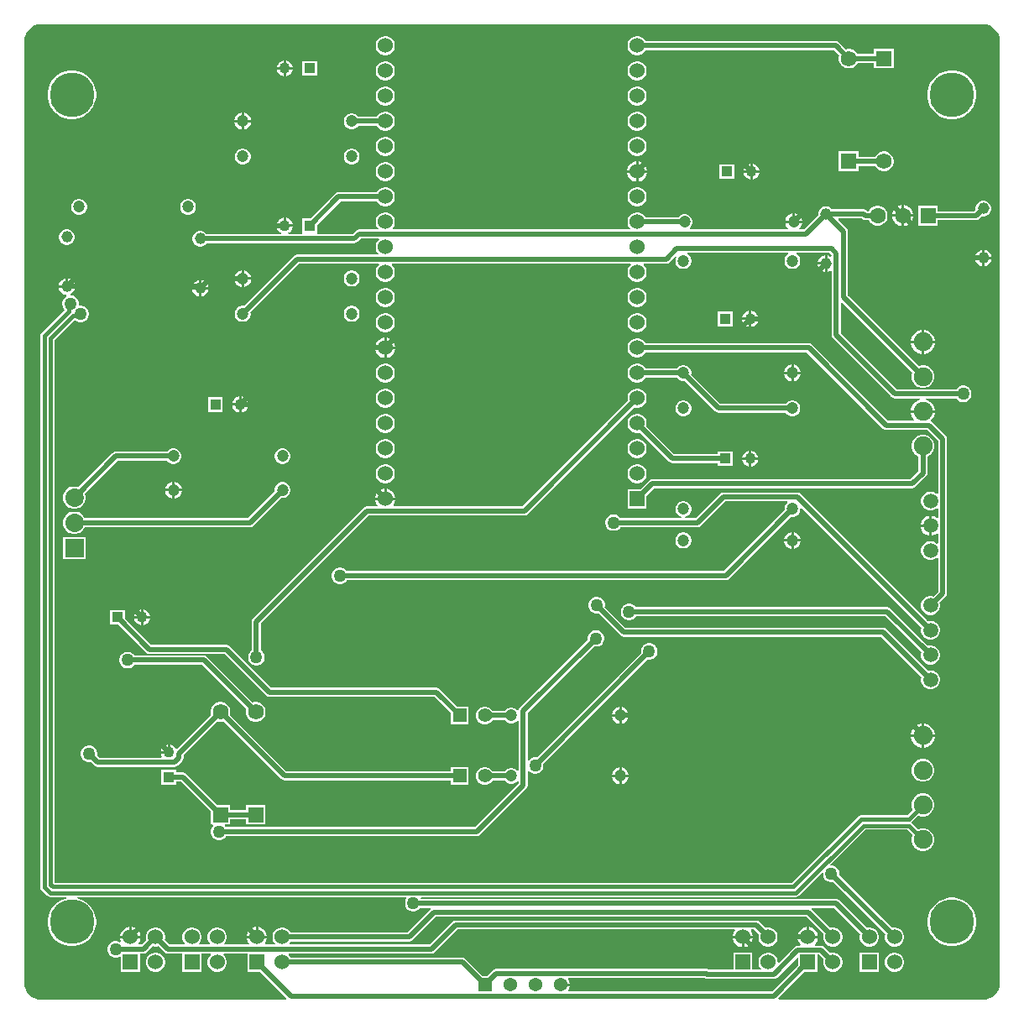
<source format=gbl>
G04*
G04 #@! TF.GenerationSoftware,Altium Limited,Altium Designer,23.8.1 (32)*
G04*
G04 Layer_Physical_Order=2*
G04 Layer_Color=16711680*
%FSLAX25Y25*%
%MOIN*%
G70*
G04*
G04 #@! TF.SameCoordinates,C7E29C90-252A-4D1B-ADA4-5BBD7A111965*
G04*
G04*
G04 #@! TF.FilePolarity,Positive*
G04*
G01*
G75*
%ADD26C,0.05900*%
%ADD27C,0.07500*%
%ADD41C,0.01500*%
%ADD42C,0.01968*%
%ADD43R,0.04331X0.04331*%
%ADD44C,0.04331*%
%ADD45C,0.04724*%
%ADD46C,0.04528*%
%ADD47R,0.06319X0.06319*%
%ADD48C,0.06319*%
%ADD49R,0.06260X0.06260*%
%ADD50C,0.06260*%
%ADD51R,0.04331X0.04331*%
%ADD52R,0.06024X0.06024*%
%ADD53C,0.06024*%
%ADD54R,0.07323X0.07323*%
%ADD55C,0.07323*%
%ADD56R,0.05512X0.05512*%
%ADD57C,0.05512*%
%ADD58R,0.05394X0.05394*%
%ADD59C,0.05394*%
%ADD60C,0.17717*%
%ADD61C,0.05000*%
G36*
X479390Y539100D02*
Y539100D01*
X479872Y539057D01*
X480700Y538975D01*
X481959Y538593D01*
X483120Y537973D01*
X484138Y537138D01*
X484973Y536120D01*
X485593Y534959D01*
X485975Y533700D01*
X486057Y532872D01*
X486100Y532390D01*
X486100Y531893D01*
X486100Y531892D01*
Y158871D01*
X486100Y158374D01*
X486057Y157892D01*
X485975Y157064D01*
X485593Y155804D01*
X484973Y154644D01*
X484138Y153626D01*
X483120Y152791D01*
X481959Y152171D01*
X480700Y151788D01*
X479406Y151661D01*
X479390Y151664D01*
X398174D01*
X397967Y152164D01*
X408503Y162701D01*
X413547D01*
Y169494D01*
X414200D01*
X416106Y167587D01*
X415949Y167000D01*
Y166000D01*
X416208Y165034D01*
X416708Y164167D01*
X417415Y163460D01*
X418282Y162960D01*
X419248Y162701D01*
X420248D01*
X421214Y162960D01*
X422081Y163460D01*
X422788Y164167D01*
X423288Y165034D01*
X423547Y166000D01*
Y167000D01*
X423288Y167966D01*
X422788Y168833D01*
X422081Y169540D01*
X421214Y170040D01*
X420248Y170299D01*
X419248D01*
X418661Y170142D01*
X416225Y172577D01*
X415639Y172969D01*
X414948Y173106D01*
X412735D01*
X412528Y173606D01*
X412958Y174037D01*
X413486Y174952D01*
X413760Y175972D01*
Y176000D01*
X405736D01*
Y175972D01*
X406010Y174952D01*
X406538Y174037D01*
X406968Y173606D01*
X406761Y173106D01*
X405800D01*
X405109Y172969D01*
X404523Y172577D01*
X398299Y166354D01*
X397799Y166561D01*
Y167000D01*
X397540Y167966D01*
X397040Y168833D01*
X396333Y169540D01*
X395466Y170040D01*
X394500Y170299D01*
X393500D01*
X392534Y170040D01*
X391667Y169540D01*
X390960Y168833D01*
X390460Y167966D01*
X390201Y167000D01*
Y166000D01*
X390460Y165034D01*
X390960Y164167D01*
X391159Y163968D01*
X390967Y163506D01*
X387799D01*
Y170299D01*
X380201D01*
Y163506D01*
X370434D01*
X370191Y163669D01*
X369500Y163806D01*
X286000D01*
X285309Y163669D01*
X284723Y163277D01*
X282430Y160984D01*
X280570D01*
X273777Y167777D01*
X273191Y168169D01*
X272500Y168306D01*
X204344D01*
X204040Y168833D01*
X203479Y169394D01*
X203686Y169894D01*
X260400D01*
X261091Y170031D01*
X261677Y170423D01*
X270748Y179494D01*
X380667D01*
X380858Y179032D01*
X380790Y178963D01*
X380262Y178049D01*
X379988Y177028D01*
Y177000D01*
X388012D01*
Y177028D01*
X387738Y178049D01*
X387210Y178963D01*
X387142Y179032D01*
X387333Y179494D01*
X388452D01*
X390358Y177587D01*
X390201Y177000D01*
Y176000D01*
X390460Y175034D01*
X390960Y174167D01*
X391667Y173460D01*
X392534Y172960D01*
X393500Y172701D01*
X394500D01*
X395466Y172960D01*
X396333Y173460D01*
X397040Y174167D01*
X397540Y175034D01*
X397799Y176000D01*
Y177000D01*
X397540Y177966D01*
X397040Y178833D01*
X396333Y179540D01*
X395466Y180040D01*
X394500Y180299D01*
X393500D01*
X392913Y180142D01*
X390477Y182577D01*
X389891Y182969D01*
X389200Y183106D01*
X270000D01*
X269309Y182969D01*
X268723Y182577D01*
X259652Y173506D01*
X204032D01*
X203841Y173968D01*
X204040Y174167D01*
X204344Y174694D01*
X251500D01*
X252191Y174831D01*
X252777Y175223D01*
X262048Y184494D01*
X409200D01*
X416106Y177587D01*
X415949Y177000D01*
Y176000D01*
X416208Y175034D01*
X416708Y174167D01*
X417415Y173460D01*
X418282Y172960D01*
X419248Y172701D01*
X420248D01*
X421214Y172960D01*
X422081Y173460D01*
X422788Y174167D01*
X423288Y175034D01*
X423547Y176000D01*
Y177000D01*
X423288Y177966D01*
X422788Y178833D01*
X422081Y179540D01*
X421214Y180040D01*
X420248Y180299D01*
X419248D01*
X418661Y180142D01*
X411225Y187577D01*
X411201Y187594D01*
X411352Y188094D01*
X420104D01*
X430610Y177587D01*
X430453Y177000D01*
Y176000D01*
X430712Y175034D01*
X431212Y174167D01*
X431919Y173460D01*
X432786Y172960D01*
X433752Y172701D01*
X434752D01*
X435718Y172960D01*
X436585Y173460D01*
X437292Y174167D01*
X437792Y175034D01*
X438051Y176000D01*
Y177000D01*
X437792Y177966D01*
X437292Y178833D01*
X436585Y179540D01*
X435718Y180040D01*
X434752Y180299D01*
X433752D01*
X433165Y180142D01*
X422129Y191177D01*
X421543Y191569D01*
X420852Y191706D01*
X256068D01*
X255917Y191932D01*
X256185Y192432D01*
X405066D01*
X405666Y192552D01*
X406175Y192892D01*
X415313Y202029D01*
X415813Y201822D01*
Y201219D01*
X416037Y200383D01*
X416469Y199634D01*
X417081Y199021D01*
X417831Y198589D01*
X418667Y198365D01*
X419533D01*
X419769Y198428D01*
X440610Y177587D01*
X440453Y177000D01*
Y176000D01*
X440712Y175034D01*
X441212Y174167D01*
X441919Y173460D01*
X442786Y172960D01*
X443752Y172701D01*
X444752D01*
X445718Y172960D01*
X446585Y173460D01*
X447292Y174167D01*
X447792Y175034D01*
X448051Y176000D01*
Y177000D01*
X447792Y177966D01*
X447292Y178833D01*
X446585Y179540D01*
X445718Y180040D01*
X444752Y180299D01*
X443752D01*
X443165Y180142D01*
X422324Y200983D01*
X422387Y201219D01*
Y202085D01*
X422163Y202921D01*
X421731Y203671D01*
X421118Y204283D01*
X420369Y204715D01*
X419533Y204939D01*
X418930D01*
X418723Y205439D01*
X432517Y219234D01*
X449211D01*
X451367Y217078D01*
X451272Y216913D01*
X450963Y215759D01*
Y214564D01*
X451272Y213410D01*
X451869Y212375D01*
X452714Y211531D01*
X453749Y210933D01*
X454903Y210624D01*
X456097D01*
X457251Y210933D01*
X458286Y211531D01*
X459131Y212375D01*
X459728Y213410D01*
X460037Y214564D01*
Y215759D01*
X459728Y216913D01*
X459131Y217947D01*
X458286Y218792D01*
X457251Y219390D01*
X456097Y219699D01*
X454903D01*
X453749Y219390D01*
X453584Y219294D01*
X451159Y221719D01*
X451122Y221812D01*
Y222290D01*
X451159Y222383D01*
X453584Y224808D01*
X453749Y224713D01*
X454903Y224404D01*
X456097D01*
X457251Y224713D01*
X458286Y225310D01*
X459131Y226155D01*
X459728Y227190D01*
X460037Y228344D01*
Y229538D01*
X459728Y230692D01*
X459131Y231727D01*
X458286Y232572D01*
X457251Y233169D01*
X456097Y233478D01*
X454903D01*
X453749Y233169D01*
X452714Y232572D01*
X451869Y231727D01*
X451272Y230692D01*
X450963Y229538D01*
Y228344D01*
X451272Y227190D01*
X451367Y227025D01*
X449211Y224869D01*
X430832D01*
X430232Y224749D01*
X429724Y224410D01*
X403382Y198067D01*
X110567D01*
Y413675D01*
X118622Y421729D01*
X118982Y421369D01*
X119731Y420937D01*
X120567Y420713D01*
X121433D01*
X122269Y420937D01*
X123019Y421369D01*
X123631Y421981D01*
X124063Y422731D01*
X124287Y423567D01*
Y424433D01*
X124063Y425269D01*
X123631Y426018D01*
X123019Y426631D01*
X122269Y427063D01*
X121433Y427287D01*
X120613D01*
X120480Y427342D01*
X120249Y427573D01*
X120195Y427705D01*
Y428525D01*
X119971Y429361D01*
X119538Y430111D01*
X118926Y430723D01*
X118176Y431156D01*
X117340Y431380D01*
X117078D01*
X116944Y431880D01*
X117504Y432203D01*
X118112Y432811D01*
X118541Y433555D01*
X118745Y434315D01*
X115500D01*
X112255D01*
X112459Y433555D01*
X112888Y432811D01*
X113496Y432203D01*
X114240Y431774D01*
X115070Y431551D01*
X115324D01*
X115458Y431051D01*
X114889Y430723D01*
X114277Y430111D01*
X113844Y429361D01*
X113620Y428525D01*
Y427660D01*
X113844Y426824D01*
X114277Y426074D01*
X114637Y425714D01*
X105392Y416468D01*
X105052Y415960D01*
X104932Y415360D01*
Y196343D01*
X105052Y195743D01*
X105392Y195235D01*
X107735Y192892D01*
X108243Y192552D01*
X108843Y192432D01*
X115429D01*
X115478Y191932D01*
X114687Y191775D01*
X112931Y191048D01*
X111351Y189992D01*
X110008Y188649D01*
X108952Y187069D01*
X108225Y185313D01*
X107854Y183450D01*
Y181550D01*
X108225Y179686D01*
X108952Y177931D01*
X110008Y176351D01*
X111351Y175008D01*
X112931Y173952D01*
X114687Y173225D01*
X116550Y172854D01*
X118450D01*
X120314Y173225D01*
X122069Y173952D01*
X123649Y175008D01*
X124992Y176351D01*
X126048Y177931D01*
X126775Y179686D01*
X127146Y181550D01*
Y183450D01*
X126775Y185313D01*
X126048Y187069D01*
X124992Y188649D01*
X123649Y189992D01*
X122069Y191048D01*
X120314Y191775D01*
X119522Y191932D01*
X119571Y192432D01*
X250330D01*
X250521Y191971D01*
X250469Y191919D01*
X250037Y191169D01*
X249813Y190333D01*
Y189467D01*
X250037Y188631D01*
X250469Y187882D01*
X251081Y187269D01*
X251831Y186837D01*
X252667Y186613D01*
X253533D01*
X254369Y186837D01*
X255118Y187269D01*
X255731Y187882D01*
X255853Y188094D01*
X259895D01*
X260047Y187594D01*
X260023Y187577D01*
X250752Y178306D01*
X204344D01*
X204040Y178833D01*
X203333Y179540D01*
X202466Y180040D01*
X201500Y180299D01*
X200500D01*
X199534Y180040D01*
X198667Y179540D01*
X197960Y178833D01*
X197460Y177966D01*
X197201Y177000D01*
Y176000D01*
X197460Y175034D01*
X197960Y174167D01*
X198159Y173968D01*
X197968Y173506D01*
X194333D01*
X194142Y173968D01*
X194210Y174037D01*
X194738Y174952D01*
X195012Y175972D01*
Y176000D01*
X186988D01*
Y175972D01*
X187262Y174952D01*
X187790Y174037D01*
X187858Y173968D01*
X187667Y173506D01*
X178285D01*
X178093Y173968D01*
X178292Y174167D01*
X178792Y175034D01*
X179051Y176000D01*
Y177000D01*
X178792Y177966D01*
X178292Y178833D01*
X177585Y179540D01*
X176718Y180040D01*
X175752Y180299D01*
X174752D01*
X173786Y180040D01*
X172919Y179540D01*
X172212Y178833D01*
X171712Y177966D01*
X171453Y177000D01*
Y176000D01*
X171712Y175034D01*
X172212Y174167D01*
X172411Y173968D01*
X172220Y173506D01*
X168284D01*
X168093Y173968D01*
X168292Y174167D01*
X168792Y175034D01*
X169051Y176000D01*
Y177000D01*
X168792Y177966D01*
X168292Y178833D01*
X167585Y179540D01*
X166718Y180040D01*
X165752Y180299D01*
X164752D01*
X163786Y180040D01*
X162919Y179540D01*
X162212Y178833D01*
X161712Y177966D01*
X161453Y177000D01*
Y176000D01*
X161712Y175034D01*
X162212Y174167D01*
X162411Y173968D01*
X162220Y173506D01*
X156296D01*
X154390Y175413D01*
X154547Y176000D01*
Y177000D01*
X154288Y177966D01*
X153788Y178833D01*
X153081Y179540D01*
X152214Y180040D01*
X151248Y180299D01*
X150248D01*
X149282Y180040D01*
X148415Y179540D01*
X147708Y178833D01*
X147208Y177966D01*
X146949Y177000D01*
Y176000D01*
X147106Y175413D01*
X145200Y173506D01*
X144081D01*
X143890Y173968D01*
X143958Y174037D01*
X144486Y174952D01*
X144760Y175972D01*
Y176000D01*
X136736D01*
Y175972D01*
X137010Y174952D01*
X137093Y174807D01*
X136727Y174441D01*
X136169Y174763D01*
X135333Y174987D01*
X134467D01*
X133631Y174763D01*
X132881Y174331D01*
X132269Y173719D01*
X131837Y172969D01*
X131613Y172133D01*
Y171267D01*
X131837Y170431D01*
X132269Y169682D01*
X132881Y169069D01*
X133631Y168637D01*
X134467Y168413D01*
X135333D01*
X136169Y168637D01*
X136449Y168798D01*
X136949Y168509D01*
Y162701D01*
X144547D01*
Y169894D01*
X145948D01*
X146639Y170031D01*
X147225Y170423D01*
X149661Y172858D01*
X150248Y172701D01*
X151248D01*
X151835Y172858D01*
X154271Y170423D01*
X154857Y170031D01*
X155548Y169894D01*
X161453D01*
Y162701D01*
X169051D01*
Y169894D01*
X172566D01*
X172773Y169394D01*
X172212Y168833D01*
X171712Y167966D01*
X171453Y167000D01*
Y166000D01*
X171712Y165034D01*
X172212Y164167D01*
X172919Y163460D01*
X173786Y162960D01*
X174752Y162701D01*
X175752D01*
X176718Y162960D01*
X177585Y163460D01*
X178292Y164167D01*
X178792Y165034D01*
X179051Y166000D01*
Y167000D01*
X178792Y167966D01*
X178292Y168833D01*
X177731Y169394D01*
X177938Y169894D01*
X187201D01*
Y162701D01*
X192245D01*
X202781Y152164D01*
X202574Y151664D01*
X105374D01*
X105358Y151661D01*
X104064Y151788D01*
X102804Y152171D01*
X101644Y152791D01*
X100626Y153626D01*
X99791Y154644D01*
X99171Y155804D01*
X98788Y157064D01*
X98661Y158358D01*
X98664Y158374D01*
Y532390D01*
X98661Y532406D01*
X98788Y533700D01*
X99171Y534959D01*
X99791Y536120D01*
X100626Y537138D01*
X101644Y537973D01*
X102804Y538593D01*
X104064Y538975D01*
X104892Y539057D01*
X105374Y539100D01*
Y539100D01*
X105374Y539100D01*
X478893D01*
X479390Y539100D01*
D02*
G37*
G36*
X405949Y168241D02*
Y165255D01*
X395500Y154806D01*
X314665D01*
X314502Y155306D01*
X314945Y156073D01*
X315193Y157000D01*
X311500D01*
Y158000D01*
X315193D01*
X314945Y158927D01*
X314502Y159694D01*
X314665Y160194D01*
X368865D01*
X369109Y160031D01*
X369800Y159894D01*
X396200D01*
X396891Y160031D01*
X397477Y160423D01*
X405487Y168432D01*
X405949Y168241D01*
D02*
G37*
%LPC*%
G36*
X242500Y534299D02*
X241500D01*
X240534Y534040D01*
X239667Y533540D01*
X238960Y532833D01*
X238460Y531966D01*
X238201Y531000D01*
Y530000D01*
X238460Y529034D01*
X238960Y528167D01*
X239667Y527460D01*
X240534Y526960D01*
X241500Y526701D01*
X242500D01*
X243466Y526960D01*
X244333Y527460D01*
X245040Y528167D01*
X245540Y529034D01*
X245799Y530000D01*
Y531000D01*
X245540Y531966D01*
X245040Y532833D01*
X244333Y533540D01*
X243466Y534040D01*
X242500Y534299D01*
D02*
G37*
G36*
X202579Y524643D02*
Y522000D01*
X205222D01*
X205028Y522722D01*
X204612Y523444D01*
X204022Y524033D01*
X203301Y524450D01*
X202579Y524643D01*
D02*
G37*
G36*
X201579D02*
X200857Y524450D01*
X200135Y524033D01*
X199546Y523444D01*
X199129Y522722D01*
X198936Y522000D01*
X201579D01*
Y524643D01*
D02*
G37*
G36*
X342500Y534299D02*
X341500D01*
X340534Y534040D01*
X339667Y533540D01*
X338960Y532833D01*
X338460Y531966D01*
X338201Y531000D01*
Y530000D01*
X338460Y529034D01*
X338960Y528167D01*
X339667Y527460D01*
X340534Y526960D01*
X341500Y526701D01*
X342500D01*
X343466Y526960D01*
X344333Y527460D01*
X345040Y528167D01*
X345344Y528694D01*
X420146D01*
X422262Y526578D01*
X422083Y525910D01*
Y524878D01*
X422350Y523882D01*
X422865Y522989D01*
X423595Y522259D01*
X424488Y521743D01*
X425484Y521477D01*
X426516D01*
X427512Y521743D01*
X428405Y522259D01*
X429135Y522989D01*
X429480Y523587D01*
X436083D01*
Y521477D01*
X443917D01*
Y529311D01*
X436083D01*
Y527200D01*
X429480D01*
X429135Y527799D01*
X428405Y528528D01*
X427512Y529044D01*
X426516Y529311D01*
X425484D01*
X424816Y529132D01*
X422171Y531777D01*
X421585Y532169D01*
X420894Y532306D01*
X345344D01*
X345040Y532833D01*
X344333Y533540D01*
X343466Y534040D01*
X342500Y534299D01*
D02*
G37*
G36*
X214874Y524453D02*
X208968D01*
Y518547D01*
X214874D01*
Y524453D01*
D02*
G37*
G36*
X205222Y521000D02*
X202579D01*
Y518357D01*
X203301Y518550D01*
X204022Y518967D01*
X204612Y519556D01*
X205028Y520278D01*
X205222Y521000D01*
D02*
G37*
G36*
X201579D02*
X198936D01*
X199129Y520278D01*
X199546Y519556D01*
X200135Y518967D01*
X200857Y518550D01*
X201579Y518357D01*
Y521000D01*
D02*
G37*
G36*
X342500Y524299D02*
X341500D01*
X340534Y524040D01*
X339667Y523540D01*
X338960Y522833D01*
X338460Y521966D01*
X338201Y521000D01*
Y520000D01*
X338460Y519034D01*
X338960Y518167D01*
X339667Y517460D01*
X340534Y516960D01*
X341500Y516701D01*
X342500D01*
X343466Y516960D01*
X344333Y517460D01*
X345040Y518167D01*
X345540Y519034D01*
X345799Y520000D01*
Y521000D01*
X345540Y521966D01*
X345040Y522833D01*
X344333Y523540D01*
X343466Y524040D01*
X342500Y524299D01*
D02*
G37*
G36*
X242500D02*
X241500D01*
X240534Y524040D01*
X239667Y523540D01*
X238960Y522833D01*
X238460Y521966D01*
X238201Y521000D01*
Y520000D01*
X238460Y519034D01*
X238960Y518167D01*
X239667Y517460D01*
X240534Y516960D01*
X241500Y516701D01*
X242500D01*
X243466Y516960D01*
X244333Y517460D01*
X245040Y518167D01*
X245540Y519034D01*
X245799Y520000D01*
Y521000D01*
X245540Y521966D01*
X245040Y522833D01*
X244333Y523540D01*
X243466Y524040D01*
X242500Y524299D01*
D02*
G37*
G36*
X342500Y514299D02*
X341500D01*
X340534Y514040D01*
X339667Y513540D01*
X338960Y512833D01*
X338460Y511966D01*
X338201Y511000D01*
Y510000D01*
X338460Y509034D01*
X338960Y508167D01*
X339667Y507460D01*
X340534Y506960D01*
X341500Y506701D01*
X342500D01*
X343466Y506960D01*
X344333Y507460D01*
X345040Y508167D01*
X345540Y509034D01*
X345799Y510000D01*
Y511000D01*
X345540Y511966D01*
X345040Y512833D01*
X344333Y513540D01*
X343466Y514040D01*
X342500Y514299D01*
D02*
G37*
G36*
X242500D02*
X241500D01*
X240534Y514040D01*
X239667Y513540D01*
X238960Y512833D01*
X238460Y511966D01*
X238201Y511000D01*
Y510000D01*
X238460Y509034D01*
X238960Y508167D01*
X239667Y507460D01*
X240534Y506960D01*
X241500Y506701D01*
X242500D01*
X243466Y506960D01*
X244333Y507460D01*
X245040Y508167D01*
X245540Y509034D01*
X245799Y510000D01*
Y511000D01*
X245540Y511966D01*
X245040Y512833D01*
X244333Y513540D01*
X243466Y514040D01*
X242500Y514299D01*
D02*
G37*
G36*
Y504299D02*
X241500D01*
X240534Y504040D01*
X239667Y503540D01*
X238960Y502833D01*
X238656Y502306D01*
X231247D01*
X231174Y502434D01*
X230588Y503020D01*
X229869Y503435D01*
X229068Y503650D01*
X228239D01*
X227438Y503435D01*
X226720Y503020D01*
X226133Y502434D01*
X225719Y501716D01*
X225504Y500915D01*
Y500085D01*
X225719Y499284D01*
X226133Y498566D01*
X226720Y497980D01*
X227438Y497565D01*
X228239Y497350D01*
X229068D01*
X229869Y497565D01*
X230588Y497980D01*
X231174Y498566D01*
X231247Y498694D01*
X238656D01*
X238960Y498167D01*
X239667Y497460D01*
X240534Y496960D01*
X241500Y496701D01*
X242500D01*
X243466Y496960D01*
X244333Y497460D01*
X245040Y498167D01*
X245540Y499034D01*
X245799Y500000D01*
Y501000D01*
X245540Y501966D01*
X245040Y502833D01*
X244333Y503540D01*
X243466Y504040D01*
X242500Y504299D01*
D02*
G37*
G36*
X467950Y520646D02*
X466050D01*
X464186Y520275D01*
X462431Y519548D01*
X460851Y518492D01*
X459508Y517149D01*
X458452Y515569D01*
X457725Y513813D01*
X457354Y511950D01*
Y510050D01*
X457725Y508186D01*
X458452Y506431D01*
X459508Y504851D01*
X460851Y503508D01*
X462431Y502452D01*
X464186Y501725D01*
X466050Y501354D01*
X467950D01*
X469813Y501725D01*
X471569Y502452D01*
X473149Y503508D01*
X474492Y504851D01*
X475548Y506431D01*
X476275Y508186D01*
X476646Y510050D01*
Y511950D01*
X476275Y513813D01*
X475548Y515569D01*
X474492Y517149D01*
X473149Y518492D01*
X471569Y519548D01*
X469813Y520275D01*
X467950Y520646D01*
D02*
G37*
G36*
X118450D02*
X116550D01*
X114687Y520275D01*
X112931Y519548D01*
X111351Y518492D01*
X110008Y517149D01*
X108952Y515569D01*
X108225Y513813D01*
X107854Y511950D01*
Y510050D01*
X108225Y508186D01*
X108952Y506431D01*
X110008Y504851D01*
X111351Y503508D01*
X112931Y502452D01*
X114687Y501725D01*
X116550Y501354D01*
X118450D01*
X120314Y501725D01*
X122069Y502452D01*
X123649Y503508D01*
X124992Y504851D01*
X126048Y506431D01*
X126775Y508186D01*
X127146Y510050D01*
Y511950D01*
X126775Y513813D01*
X126048Y515569D01*
X124992Y517149D01*
X123649Y518492D01*
X122069Y519548D01*
X120314Y520275D01*
X118450Y520646D01*
D02*
G37*
G36*
X185846Y503847D02*
Y501000D01*
X188693D01*
X188479Y501798D01*
X188037Y502564D01*
X187411Y503190D01*
X186644Y503633D01*
X185846Y503847D01*
D02*
G37*
G36*
X184846D02*
X184049Y503633D01*
X183282Y503190D01*
X182656Y502564D01*
X182213Y501798D01*
X182000Y501000D01*
X184846D01*
Y503847D01*
D02*
G37*
G36*
X188693Y500000D02*
X185846D01*
Y497153D01*
X186644Y497367D01*
X187411Y497810D01*
X188037Y498436D01*
X188479Y499202D01*
X188693Y500000D01*
D02*
G37*
G36*
X184846D02*
X182000D01*
X182213Y499202D01*
X182656Y498436D01*
X183282Y497810D01*
X184049Y497367D01*
X184846Y497153D01*
Y500000D01*
D02*
G37*
G36*
X342500Y504299D02*
X341500D01*
X340534Y504040D01*
X339667Y503540D01*
X338960Y502833D01*
X338460Y501966D01*
X338201Y501000D01*
Y500000D01*
X338460Y499034D01*
X338960Y498167D01*
X339667Y497460D01*
X340534Y496960D01*
X341500Y496701D01*
X342500D01*
X343466Y496960D01*
X344333Y497460D01*
X345040Y498167D01*
X345540Y499034D01*
X345799Y500000D01*
Y501000D01*
X345540Y501966D01*
X345040Y502833D01*
X344333Y503540D01*
X343466Y504040D01*
X342500Y504299D01*
D02*
G37*
G36*
Y494299D02*
X341500D01*
X340534Y494040D01*
X339667Y493540D01*
X338960Y492833D01*
X338460Y491966D01*
X338201Y491000D01*
Y490000D01*
X338460Y489034D01*
X338960Y488167D01*
X339667Y487460D01*
X340534Y486960D01*
X341500Y486701D01*
X342500D01*
X343466Y486960D01*
X344333Y487460D01*
X345040Y488167D01*
X345540Y489034D01*
X345799Y490000D01*
Y491000D01*
X345540Y491966D01*
X345040Y492833D01*
X344333Y493540D01*
X343466Y494040D01*
X342500Y494299D01*
D02*
G37*
G36*
X242500D02*
X241500D01*
X240534Y494040D01*
X239667Y493540D01*
X238960Y492833D01*
X238460Y491966D01*
X238201Y491000D01*
Y490000D01*
X238460Y489034D01*
X238960Y488167D01*
X239667Y487460D01*
X240534Y486960D01*
X241500Y486701D01*
X242500D01*
X243466Y486960D01*
X244333Y487460D01*
X245040Y488167D01*
X245540Y489034D01*
X245799Y490000D01*
Y491000D01*
X245540Y491966D01*
X245040Y492833D01*
X244333Y493540D01*
X243466Y494040D01*
X242500Y494299D01*
D02*
G37*
G36*
X440516Y488524D02*
X439484D01*
X438488Y488257D01*
X437595Y487741D01*
X436865Y487012D01*
X436520Y486413D01*
X429917D01*
Y488524D01*
X422083D01*
Y480689D01*
X429917D01*
Y482800D01*
X436520D01*
X436865Y482201D01*
X437595Y481472D01*
X438488Y480956D01*
X439484Y480689D01*
X440516D01*
X441512Y480956D01*
X442405Y481472D01*
X443135Y482201D01*
X443650Y483094D01*
X443917Y484091D01*
Y485122D01*
X443650Y486118D01*
X443135Y487012D01*
X442405Y487741D01*
X441512Y488257D01*
X440516Y488524D01*
D02*
G37*
G36*
X229068Y489650D02*
X228239D01*
X227438Y489435D01*
X226720Y489020D01*
X226133Y488434D01*
X225719Y487716D01*
X225504Y486915D01*
Y486085D01*
X225719Y485284D01*
X226133Y484566D01*
X226720Y483980D01*
X227438Y483565D01*
X228239Y483350D01*
X229068D01*
X229869Y483565D01*
X230588Y483980D01*
X231174Y484566D01*
X231589Y485284D01*
X231803Y486085D01*
Y486915D01*
X231589Y487716D01*
X231174Y488434D01*
X230588Y489020D01*
X229869Y489435D01*
X229068Y489650D01*
D02*
G37*
G36*
X185761D02*
X184932D01*
X184131Y489435D01*
X183413Y489020D01*
X182826Y488434D01*
X182411Y487716D01*
X182197Y486915D01*
Y486085D01*
X182411Y485284D01*
X182826Y484566D01*
X183413Y483980D01*
X184131Y483565D01*
X184932Y483350D01*
X185761D01*
X186562Y483565D01*
X187280Y483980D01*
X187867Y484566D01*
X188281Y485284D01*
X188496Y486085D01*
Y486915D01*
X188281Y487716D01*
X187867Y488434D01*
X187280Y489020D01*
X186562Y489435D01*
X185761Y489650D01*
D02*
G37*
G36*
X342528Y484512D02*
X342500D01*
Y481000D01*
X346012D01*
Y481028D01*
X345738Y482049D01*
X345210Y482963D01*
X344463Y483710D01*
X343548Y484238D01*
X342528Y484512D01*
D02*
G37*
G36*
X387921Y483643D02*
Y481000D01*
X390564D01*
X390371Y481722D01*
X389954Y482444D01*
X389365Y483033D01*
X388643Y483450D01*
X387921Y483643D01*
D02*
G37*
G36*
X386921D02*
X386199Y483450D01*
X385478Y483033D01*
X384888Y482444D01*
X384472Y481722D01*
X384278Y481000D01*
X386921D01*
Y483643D01*
D02*
G37*
G36*
X341500Y484512D02*
X341472D01*
X340452Y484238D01*
X339537Y483710D01*
X338790Y482963D01*
X338262Y482049D01*
X337988Y481028D01*
Y481000D01*
X341500D01*
Y484512D01*
D02*
G37*
G36*
X380532Y483453D02*
X374626D01*
Y477547D01*
X380532D01*
Y483453D01*
D02*
G37*
G36*
X390564Y480000D02*
X387921D01*
Y477357D01*
X388643Y477550D01*
X389365Y477967D01*
X389954Y478556D01*
X390371Y479278D01*
X390564Y480000D01*
D02*
G37*
G36*
X386921D02*
X384278D01*
X384472Y479278D01*
X384888Y478556D01*
X385478Y477967D01*
X386199Y477550D01*
X386921Y477357D01*
Y480000D01*
D02*
G37*
G36*
X242500Y484299D02*
X241500D01*
X240534Y484040D01*
X239667Y483540D01*
X238960Y482833D01*
X238460Y481966D01*
X238201Y481000D01*
Y480000D01*
X238460Y479034D01*
X238960Y478167D01*
X239667Y477460D01*
X240534Y476960D01*
X241500Y476701D01*
X242500D01*
X243466Y476960D01*
X244333Y477460D01*
X245040Y478167D01*
X245540Y479034D01*
X245799Y480000D01*
Y481000D01*
X245540Y481966D01*
X245040Y482833D01*
X244333Y483540D01*
X243466Y484040D01*
X242500Y484299D01*
D02*
G37*
G36*
X346012Y480000D02*
X342500D01*
Y476488D01*
X342528D01*
X343548Y476762D01*
X344463Y477290D01*
X345210Y478037D01*
X345738Y478952D01*
X346012Y479972D01*
Y480000D01*
D02*
G37*
G36*
X341500D02*
X337988D01*
Y479972D01*
X338262Y478952D01*
X338790Y478037D01*
X339537Y477290D01*
X340452Y476762D01*
X341472Y476488D01*
X341500D01*
Y480000D01*
D02*
G37*
G36*
X342500Y474299D02*
X341500D01*
X340534Y474040D01*
X339667Y473540D01*
X338960Y472833D01*
X338460Y471966D01*
X338201Y471000D01*
Y470000D01*
X338460Y469034D01*
X338960Y468167D01*
X339667Y467460D01*
X340534Y466960D01*
X341500Y466701D01*
X342500D01*
X343466Y466960D01*
X344333Y467460D01*
X345040Y468167D01*
X345540Y469034D01*
X345799Y470000D01*
Y471000D01*
X345540Y471966D01*
X345040Y472833D01*
X344333Y473540D01*
X343466Y474040D01*
X342500Y474299D01*
D02*
G37*
G36*
X242500D02*
X241500D01*
X240534Y474040D01*
X239667Y473540D01*
X238960Y472833D01*
X238656Y472306D01*
X223421D01*
X222730Y472169D01*
X222144Y471777D01*
X212319Y461953D01*
X208968D01*
Y456149D01*
X208968Y456047D01*
X208723Y455649D01*
X203605D01*
X203471Y456149D01*
X204022Y456467D01*
X204612Y457056D01*
X205028Y457778D01*
X205222Y458500D01*
X202079D01*
X198936D01*
X199129Y457778D01*
X199546Y457056D01*
X200135Y456467D01*
X200686Y456149D01*
X200552Y455649D01*
X170980D01*
X170942Y455716D01*
X170373Y456284D01*
X169678Y456686D01*
X168902Y456894D01*
X168098D01*
X167322Y456686D01*
X166627Y456284D01*
X166058Y455716D01*
X165657Y455020D01*
X165449Y454244D01*
Y453441D01*
X165657Y452665D01*
X166058Y451969D01*
X166627Y451401D01*
X167322Y450999D01*
X168098Y450791D01*
X168902D01*
X169678Y450999D01*
X170373Y451401D01*
X170942Y451969D01*
X170980Y452036D01*
X229743D01*
X230434Y452174D01*
X231020Y452565D01*
X232348Y453894D01*
X239314D01*
X239521Y453394D01*
X238960Y452833D01*
X238460Y451966D01*
X238201Y451000D01*
Y450000D01*
X238460Y449034D01*
X238960Y448167D01*
X239159Y447968D01*
X238967Y447506D01*
X207046D01*
X206355Y447369D01*
X205769Y446977D01*
X185903Y427111D01*
X185761Y427150D01*
X184932D01*
X184131Y426935D01*
X183413Y426520D01*
X182826Y425934D01*
X182411Y425216D01*
X182197Y424415D01*
Y423585D01*
X182411Y422784D01*
X182826Y422066D01*
X183413Y421480D01*
X184131Y421065D01*
X184932Y420850D01*
X185761D01*
X186562Y421065D01*
X187280Y421480D01*
X187867Y422066D01*
X188281Y422784D01*
X188496Y423585D01*
Y424415D01*
X188458Y424557D01*
X207795Y443894D01*
X239314D01*
X239521Y443394D01*
X238960Y442833D01*
X238460Y441966D01*
X238201Y441000D01*
Y440000D01*
X238460Y439034D01*
X238960Y438167D01*
X239667Y437460D01*
X240534Y436960D01*
X241500Y436701D01*
X242500D01*
X243466Y436960D01*
X244333Y437460D01*
X245040Y438167D01*
X245540Y439034D01*
X245799Y440000D01*
Y441000D01*
X245540Y441966D01*
X245040Y442833D01*
X244479Y443394D01*
X244686Y443894D01*
X339314D01*
X339521Y443394D01*
X338960Y442833D01*
X338460Y441966D01*
X338201Y441000D01*
Y440000D01*
X338460Y439034D01*
X338960Y438167D01*
X339667Y437460D01*
X340534Y436960D01*
X341500Y436701D01*
X342500D01*
X343466Y436960D01*
X344333Y437460D01*
X345040Y438167D01*
X345540Y439034D01*
X345799Y440000D01*
Y441000D01*
X345540Y441966D01*
X345040Y442833D01*
X344479Y443394D01*
X344686Y443894D01*
X353500D01*
X354191Y444031D01*
X354777Y444423D01*
X357194Y446840D01*
X357594Y446533D01*
X357411Y446216D01*
X357197Y445415D01*
Y444585D01*
X357411Y443784D01*
X357826Y443066D01*
X358413Y442480D01*
X359131Y442065D01*
X359932Y441850D01*
X360761D01*
X361562Y442065D01*
X362280Y442480D01*
X362867Y443066D01*
X363281Y443784D01*
X363496Y444585D01*
Y445415D01*
X363281Y446216D01*
X362867Y446934D01*
X362280Y447520D01*
X361980Y447694D01*
X362114Y448194D01*
X401886D01*
X402020Y447694D01*
X401720Y447520D01*
X401133Y446934D01*
X400719Y446216D01*
X400504Y445415D01*
Y444585D01*
X400719Y443784D01*
X401133Y443066D01*
X401720Y442480D01*
X402438Y442065D01*
X403239Y441850D01*
X404068D01*
X404869Y442065D01*
X405587Y442480D01*
X406174Y443066D01*
X406589Y443784D01*
X406803Y444585D01*
Y445415D01*
X406589Y446216D01*
X406174Y446934D01*
X405587Y447520D01*
X405287Y447694D01*
X405421Y448194D01*
X418452D01*
X419197Y447448D01*
X419153Y447023D01*
X418698Y446788D01*
X418260Y447041D01*
X417500Y447245D01*
Y444000D01*
Y440755D01*
X418260Y440959D01*
X418794Y441267D01*
X419294Y441007D01*
Y415500D01*
X419431Y414809D01*
X419823Y414223D01*
X443123Y390923D01*
X443709Y390531D01*
X444400Y390394D01*
X454301D01*
X454367Y389894D01*
X453667Y389706D01*
X452583Y389081D01*
X451699Y388196D01*
X451074Y387113D01*
X450750Y385905D01*
Y385780D01*
X455500D01*
X460250D01*
Y385905D01*
X459926Y387113D01*
X459301Y388196D01*
X458417Y389081D01*
X457333Y389706D01*
X456633Y389894D01*
X456699Y390394D01*
X468747D01*
X468869Y390181D01*
X469482Y389569D01*
X470231Y389137D01*
X471067Y388913D01*
X471933D01*
X472769Y389137D01*
X473519Y389569D01*
X474131Y390181D01*
X474563Y390931D01*
X474787Y391767D01*
Y392633D01*
X474563Y393469D01*
X474131Y394218D01*
X473519Y394831D01*
X472769Y395263D01*
X471933Y395487D01*
X471067D01*
X470231Y395263D01*
X469482Y394831D01*
X468869Y394218D01*
X468747Y394006D01*
X445148D01*
X422906Y416248D01*
Y428445D01*
X423368Y428636D01*
X451255Y400749D01*
X450963Y399656D01*
Y398462D01*
X451272Y397308D01*
X451869Y396273D01*
X452714Y395428D01*
X453749Y394831D01*
X454903Y394522D01*
X456097D01*
X457251Y394831D01*
X458286Y395428D01*
X459131Y396273D01*
X459728Y397308D01*
X460037Y398462D01*
Y399656D01*
X459728Y400810D01*
X459131Y401845D01*
X458286Y402690D01*
X457251Y403287D01*
X456097Y403596D01*
X454903D01*
X453810Y403304D01*
X425706Y431407D01*
Y456785D01*
X425569Y457476D01*
X425177Y458062D01*
X421823Y461417D01*
X422014Y461879D01*
X431250D01*
X431417Y461711D01*
X432003Y461319D01*
X432695Y461182D01*
X433986D01*
X434342Y460565D01*
X435077Y459830D01*
X435977Y459310D01*
X436980Y459041D01*
X438020D01*
X439023Y459310D01*
X439923Y459830D01*
X440658Y460565D01*
X441178Y461465D01*
X441447Y462469D01*
Y463508D01*
X441178Y464512D01*
X440658Y465412D01*
X439923Y466147D01*
X439023Y466666D01*
X438020Y466935D01*
X436980D01*
X435977Y466666D01*
X435077Y466147D01*
X434342Y465412D01*
X433986Y464795D01*
X433443D01*
X433275Y464962D01*
X432689Y465354D01*
X431998Y465491D01*
X419480D01*
X419442Y465558D01*
X418874Y466127D01*
X418178Y466528D01*
X417402Y466736D01*
X416598D01*
X415822Y466528D01*
X415127Y466127D01*
X414558Y465558D01*
X414157Y464863D01*
X413949Y464087D01*
Y463283D01*
X413969Y463208D01*
X408267Y457506D01*
X406622D01*
X406415Y458006D01*
X406844Y458436D01*
X407287Y459202D01*
X407500Y460000D01*
X404154D01*
X400807D01*
X401020Y459202D01*
X401463Y458436D01*
X401892Y458006D01*
X401685Y457506D01*
X362961D01*
X362816Y457886D01*
X362807Y458006D01*
X363367Y458566D01*
X363781Y459284D01*
X363996Y460085D01*
Y460915D01*
X363781Y461716D01*
X363367Y462434D01*
X362780Y463020D01*
X362062Y463435D01*
X361261Y463650D01*
X360432D01*
X359631Y463435D01*
X358912Y463020D01*
X358326Y462434D01*
X358253Y462306D01*
X345344D01*
X345040Y462833D01*
X344333Y463540D01*
X343466Y464040D01*
X342500Y464299D01*
X341500D01*
X340534Y464040D01*
X339667Y463540D01*
X338960Y462833D01*
X338460Y461966D01*
X338201Y461000D01*
Y460000D01*
X338460Y459034D01*
X338960Y458167D01*
X339159Y457968D01*
X338967Y457506D01*
X245033D01*
X244841Y457968D01*
X245040Y458167D01*
X245540Y459034D01*
X245799Y460000D01*
Y461000D01*
X245540Y461966D01*
X245040Y462833D01*
X244333Y463540D01*
X243466Y464040D01*
X242500Y464299D01*
X241500D01*
X240534Y464040D01*
X239667Y463540D01*
X238960Y462833D01*
X238460Y461966D01*
X238201Y461000D01*
Y460000D01*
X238460Y459034D01*
X238960Y458167D01*
X239159Y457968D01*
X238967Y457506D01*
X231600D01*
X230909Y457369D01*
X230323Y456977D01*
X228994Y455649D01*
X215120D01*
X214874Y456047D01*
X214874Y456149D01*
Y459398D01*
X224169Y468694D01*
X238656D01*
X238960Y468167D01*
X239667Y467460D01*
X240534Y466960D01*
X241500Y466701D01*
X242500D01*
X243466Y466960D01*
X244333Y467460D01*
X245040Y468167D01*
X245540Y469034D01*
X245799Y470000D01*
Y471000D01*
X245540Y471966D01*
X245040Y472833D01*
X244333Y473540D01*
X243466Y474040D01*
X242500Y474299D01*
D02*
G37*
G36*
X479902Y468894D02*
X479098D01*
X478322Y468686D01*
X477627Y468284D01*
X477058Y467716D01*
X476657Y467020D01*
X476449Y466244D01*
Y465441D01*
X476469Y465366D01*
X475897Y464795D01*
X461447D01*
Y466935D01*
X453553D01*
Y459041D01*
X461447D01*
Y461182D01*
X476646D01*
X477337Y461319D01*
X477923Y461711D01*
X479023Y462812D01*
X479098Y462791D01*
X479902D01*
X480678Y462999D01*
X481374Y463401D01*
X481942Y463969D01*
X482343Y464665D01*
X482551Y465441D01*
Y466244D01*
X482343Y467020D01*
X481942Y467716D01*
X481374Y468284D01*
X480678Y468686D01*
X479902Y468894D01*
D02*
G37*
G36*
X448048Y467148D02*
X448000D01*
Y463488D01*
X451659D01*
Y463536D01*
X451376Y464594D01*
X450828Y465542D01*
X450054Y466317D01*
X449106Y466864D01*
X448048Y467148D01*
D02*
G37*
G36*
X447000D02*
X446952D01*
X445894Y466864D01*
X444946Y466317D01*
X444172Y465542D01*
X443624Y464594D01*
X443340Y463536D01*
Y463488D01*
X447000D01*
Y467148D01*
D02*
G37*
G36*
X164068Y469650D02*
X163239D01*
X162438Y469435D01*
X161720Y469020D01*
X161133Y468434D01*
X160719Y467716D01*
X160504Y466915D01*
Y466085D01*
X160719Y465284D01*
X161133Y464566D01*
X161720Y463980D01*
X162438Y463565D01*
X163239Y463350D01*
X164068D01*
X164869Y463565D01*
X165587Y463980D01*
X166174Y464566D01*
X166589Y465284D01*
X166803Y466085D01*
Y466915D01*
X166589Y467716D01*
X166174Y468434D01*
X165587Y469020D01*
X164869Y469435D01*
X164068Y469650D01*
D02*
G37*
G36*
X120761D02*
X119932D01*
X119131Y469435D01*
X118412Y469020D01*
X117826Y468434D01*
X117411Y467716D01*
X117197Y466915D01*
Y466085D01*
X117411Y465284D01*
X117826Y464566D01*
X118412Y463980D01*
X119131Y463565D01*
X119932Y463350D01*
X120761D01*
X121562Y463565D01*
X122280Y463980D01*
X122867Y464566D01*
X123281Y465284D01*
X123496Y466085D01*
Y466915D01*
X123281Y467716D01*
X122867Y468434D01*
X122280Y469020D01*
X121562Y469435D01*
X120761Y469650D01*
D02*
G37*
G36*
X404654Y463847D02*
Y461000D01*
X407500D01*
X407287Y461798D01*
X406844Y462564D01*
X406218Y463190D01*
X405451Y463633D01*
X404654Y463847D01*
D02*
G37*
G36*
X403654D02*
X402856Y463633D01*
X402089Y463190D01*
X401463Y462564D01*
X401020Y461798D01*
X400807Y461000D01*
X403654D01*
Y463847D01*
D02*
G37*
G36*
X202579Y462143D02*
Y459500D01*
X205222D01*
X205028Y460222D01*
X204612Y460944D01*
X204022Y461533D01*
X203301Y461950D01*
X202579Y462143D01*
D02*
G37*
G36*
X201579D02*
X200857Y461950D01*
X200135Y461533D01*
X199546Y460944D01*
X199129Y460222D01*
X198936Y459500D01*
X201579D01*
Y462143D01*
D02*
G37*
G36*
X451659Y462488D02*
X448000D01*
Y458829D01*
X448048D01*
X449106Y459112D01*
X450054Y459660D01*
X450828Y460434D01*
X451376Y461383D01*
X451659Y462441D01*
Y462488D01*
D02*
G37*
G36*
X447000D02*
X443340D01*
Y462441D01*
X443624Y461383D01*
X444172Y460434D01*
X444946Y459660D01*
X445894Y459112D01*
X446952Y458829D01*
X447000D01*
Y462488D01*
D02*
G37*
G36*
X115902Y457551D02*
X115098D01*
X114322Y457343D01*
X113627Y456942D01*
X113058Y456374D01*
X112657Y455678D01*
X112449Y454902D01*
Y454098D01*
X112657Y453322D01*
X113058Y452627D01*
X113627Y452058D01*
X114322Y451657D01*
X115098Y451449D01*
X115902D01*
X116678Y451657D01*
X117374Y452058D01*
X117942Y452627D01*
X118343Y453322D01*
X118551Y454098D01*
Y454902D01*
X118343Y455678D01*
X117942Y456374D01*
X117374Y456942D01*
X116678Y457343D01*
X115902Y457551D01*
D02*
G37*
G36*
X480000Y449402D02*
Y446657D01*
X482745D01*
X482541Y447417D01*
X482112Y448161D01*
X481504Y448769D01*
X480760Y449199D01*
X480000Y449402D01*
D02*
G37*
G36*
X479000D02*
X478240Y449199D01*
X477496Y448769D01*
X476888Y448161D01*
X476459Y447417D01*
X476255Y446657D01*
X479000D01*
Y449402D01*
D02*
G37*
G36*
X416500Y447245D02*
X415740Y447041D01*
X414996Y446612D01*
X414388Y446004D01*
X413959Y445260D01*
X413755Y444500D01*
X416500D01*
Y447245D01*
D02*
G37*
G36*
X482745Y445657D02*
X480000D01*
Y442912D01*
X480760Y443116D01*
X481504Y443546D01*
X482112Y444153D01*
X482541Y444898D01*
X482745Y445657D01*
D02*
G37*
G36*
X479000D02*
X476255D01*
X476459Y444898D01*
X476888Y444153D01*
X477496Y443546D01*
X478240Y443116D01*
X479000Y442912D01*
Y445657D01*
D02*
G37*
G36*
X416500Y443500D02*
X413755D01*
X413959Y442740D01*
X414388Y441996D01*
X414996Y441388D01*
X415740Y440959D01*
X416500Y440755D01*
Y443500D01*
D02*
G37*
G36*
X185846Y441347D02*
Y438500D01*
X188693D01*
X188479Y439298D01*
X188037Y440064D01*
X187411Y440690D01*
X186644Y441133D01*
X185846Y441347D01*
D02*
G37*
G36*
X184846D02*
X184049Y441133D01*
X183282Y440690D01*
X182656Y440064D01*
X182213Y439298D01*
X182000Y438500D01*
X184846D01*
Y441347D01*
D02*
G37*
G36*
X116000Y438060D02*
Y435315D01*
X118745D01*
X118541Y436075D01*
X118112Y436819D01*
X117504Y437427D01*
X116760Y437856D01*
X116000Y438060D01*
D02*
G37*
G36*
X115000D02*
X114240Y437856D01*
X113496Y437427D01*
X112888Y436819D01*
X112459Y436075D01*
X112255Y435315D01*
X115000D01*
Y438060D01*
D02*
G37*
G36*
X229068Y441150D02*
X228239D01*
X227438Y440935D01*
X226720Y440520D01*
X226133Y439934D01*
X225719Y439216D01*
X225504Y438415D01*
Y437585D01*
X225719Y436784D01*
X226133Y436066D01*
X226720Y435480D01*
X227438Y435065D01*
X228239Y434850D01*
X229068D01*
X229869Y435065D01*
X230588Y435480D01*
X231174Y436066D01*
X231589Y436784D01*
X231803Y437585D01*
Y438415D01*
X231589Y439216D01*
X231174Y439934D01*
X230588Y440520D01*
X229869Y440935D01*
X229068Y441150D01*
D02*
G37*
G36*
X169000Y437402D02*
Y434657D01*
X171745D01*
X171541Y435417D01*
X171112Y436161D01*
X170504Y436769D01*
X169760Y437199D01*
X169000Y437402D01*
D02*
G37*
G36*
X168000D02*
X167240Y437199D01*
X166496Y436769D01*
X165888Y436161D01*
X165459Y435417D01*
X165255Y434657D01*
X168000D01*
Y437402D01*
D02*
G37*
G36*
X188693Y437500D02*
X185846D01*
Y434653D01*
X186644Y434867D01*
X187411Y435310D01*
X188037Y435936D01*
X188479Y436702D01*
X188693Y437500D01*
D02*
G37*
G36*
X184846D02*
X182000D01*
X182213Y436702D01*
X182656Y435936D01*
X183282Y435310D01*
X184049Y434867D01*
X184846Y434653D01*
Y437500D01*
D02*
G37*
G36*
X171745Y433657D02*
X169000D01*
Y430912D01*
X169760Y431116D01*
X170504Y431546D01*
X171112Y432153D01*
X171541Y432898D01*
X171745Y433657D01*
D02*
G37*
G36*
X168000D02*
X165255D01*
X165459Y432898D01*
X165888Y432153D01*
X166496Y431546D01*
X167240Y431116D01*
X168000Y430912D01*
Y433657D01*
D02*
G37*
G36*
X342500Y434299D02*
X341500D01*
X340534Y434040D01*
X339667Y433540D01*
X338960Y432833D01*
X338460Y431966D01*
X338201Y431000D01*
Y430000D01*
X338460Y429034D01*
X338960Y428167D01*
X339667Y427460D01*
X340534Y426960D01*
X341500Y426701D01*
X342500D01*
X343466Y426960D01*
X344333Y427460D01*
X345040Y428167D01*
X345540Y429034D01*
X345799Y430000D01*
Y431000D01*
X345540Y431966D01*
X345040Y432833D01*
X344333Y433540D01*
X343466Y434040D01*
X342500Y434299D01*
D02*
G37*
G36*
X242500D02*
X241500D01*
X240534Y434040D01*
X239667Y433540D01*
X238960Y432833D01*
X238460Y431966D01*
X238201Y431000D01*
Y430000D01*
X238460Y429034D01*
X238960Y428167D01*
X239667Y427460D01*
X240534Y426960D01*
X241500Y426701D01*
X242500D01*
X243466Y426960D01*
X244333Y427460D01*
X245040Y428167D01*
X245540Y429034D01*
X245799Y430000D01*
Y431000D01*
X245540Y431966D01*
X245040Y432833D01*
X244333Y433540D01*
X243466Y434040D01*
X242500Y434299D01*
D02*
G37*
G36*
X387421Y425143D02*
Y422500D01*
X390064D01*
X389871Y423222D01*
X389454Y423944D01*
X388865Y424533D01*
X388143Y424950D01*
X387421Y425143D01*
D02*
G37*
G36*
X386421D02*
X385699Y424950D01*
X384978Y424533D01*
X384388Y423944D01*
X383972Y423222D01*
X383778Y422500D01*
X386421D01*
Y425143D01*
D02*
G37*
G36*
X229068Y427150D02*
X228239D01*
X227438Y426935D01*
X226720Y426520D01*
X226133Y425934D01*
X225719Y425216D01*
X225504Y424415D01*
Y423585D01*
X225719Y422784D01*
X226133Y422066D01*
X226720Y421480D01*
X227438Y421065D01*
X228239Y420850D01*
X229068D01*
X229869Y421065D01*
X230588Y421480D01*
X231174Y422066D01*
X231589Y422784D01*
X231803Y423585D01*
Y424415D01*
X231589Y425216D01*
X231174Y425934D01*
X230588Y426520D01*
X229869Y426935D01*
X229068Y427150D01*
D02*
G37*
G36*
X380032Y424953D02*
X374126D01*
Y419047D01*
X380032D01*
Y424953D01*
D02*
G37*
G36*
X390064Y421500D02*
X387421D01*
Y418857D01*
X388143Y419050D01*
X388865Y419467D01*
X389454Y420056D01*
X389871Y420778D01*
X390064Y421500D01*
D02*
G37*
G36*
X386421D02*
X383778D01*
X383972Y420778D01*
X384388Y420056D01*
X384978Y419467D01*
X385699Y419050D01*
X386421Y418857D01*
Y421500D01*
D02*
G37*
G36*
X342500Y424299D02*
X341500D01*
X340534Y424040D01*
X339667Y423540D01*
X338960Y422833D01*
X338460Y421966D01*
X338201Y421000D01*
Y420000D01*
X338460Y419034D01*
X338960Y418167D01*
X339667Y417460D01*
X340534Y416960D01*
X341500Y416701D01*
X342500D01*
X343466Y416960D01*
X344333Y417460D01*
X345040Y418167D01*
X345540Y419034D01*
X345799Y420000D01*
Y421000D01*
X345540Y421966D01*
X345040Y422833D01*
X344333Y423540D01*
X343466Y424040D01*
X342500Y424299D01*
D02*
G37*
G36*
X242500D02*
X241500D01*
X240534Y424040D01*
X239667Y423540D01*
X238960Y422833D01*
X238460Y421966D01*
X238201Y421000D01*
Y420000D01*
X238460Y419034D01*
X238960Y418167D01*
X239667Y417460D01*
X240534Y416960D01*
X241500Y416701D01*
X242500D01*
X243466Y416960D01*
X244333Y417460D01*
X245040Y418167D01*
X245540Y419034D01*
X245799Y420000D01*
Y421000D01*
X245540Y421966D01*
X245040Y422833D01*
X244333Y423540D01*
X243466Y424040D01*
X242500Y424299D01*
D02*
G37*
G36*
X456125Y417589D02*
X456000D01*
Y413339D01*
X460250D01*
Y413464D01*
X459926Y414672D01*
X459301Y415755D01*
X458417Y416640D01*
X457333Y417265D01*
X456125Y417589D01*
D02*
G37*
G36*
X455000D02*
X454875D01*
X453667Y417265D01*
X452583Y416640D01*
X451699Y415755D01*
X451074Y414672D01*
X450750Y413464D01*
Y413339D01*
X455000D01*
Y417589D01*
D02*
G37*
G36*
X242528Y414512D02*
X242500D01*
Y411000D01*
X246012D01*
Y411028D01*
X245738Y412048D01*
X245210Y412963D01*
X244463Y413710D01*
X243548Y414238D01*
X242528Y414512D01*
D02*
G37*
G36*
X241500D02*
X241472D01*
X240452Y414238D01*
X239537Y413710D01*
X238790Y412963D01*
X238262Y412048D01*
X237988Y411028D01*
Y411000D01*
X241500D01*
Y414512D01*
D02*
G37*
G36*
X460250Y412339D02*
X456000D01*
Y408089D01*
X456125D01*
X457333Y408412D01*
X458417Y409038D01*
X459301Y409922D01*
X459926Y411005D01*
X460250Y412213D01*
Y412339D01*
D02*
G37*
G36*
X455000D02*
X450750D01*
Y412213D01*
X451074Y411005D01*
X451699Y409922D01*
X452583Y409038D01*
X453667Y408412D01*
X454875Y408089D01*
X455000D01*
Y412339D01*
D02*
G37*
G36*
X246012Y410000D02*
X242500D01*
Y406488D01*
X242528D01*
X243548Y406762D01*
X244463Y407290D01*
X245210Y408037D01*
X245738Y408952D01*
X246012Y409972D01*
Y410000D01*
D02*
G37*
G36*
X241500D02*
X237988D01*
Y409972D01*
X238262Y408952D01*
X238790Y408037D01*
X239537Y407290D01*
X240452Y406762D01*
X241472Y406488D01*
X241500D01*
Y410000D01*
D02*
G37*
G36*
X404154Y403847D02*
Y401000D01*
X407000D01*
X406787Y401798D01*
X406344Y402564D01*
X405718Y403190D01*
X404951Y403633D01*
X404154Y403847D01*
D02*
G37*
G36*
X403154D02*
X402356Y403633D01*
X401589Y403190D01*
X400963Y402564D01*
X400521Y401798D01*
X400307Y401000D01*
X403154D01*
Y403847D01*
D02*
G37*
G36*
X407000Y400000D02*
X404154D01*
Y397153D01*
X404951Y397367D01*
X405718Y397810D01*
X406344Y398436D01*
X406787Y399202D01*
X407000Y400000D01*
D02*
G37*
G36*
X403154D02*
X400307D01*
X400521Y399202D01*
X400963Y398436D01*
X401589Y397810D01*
X402356Y397367D01*
X403154Y397153D01*
Y400000D01*
D02*
G37*
G36*
X242500Y404299D02*
X241500D01*
X240534Y404040D01*
X239667Y403540D01*
X238960Y402833D01*
X238460Y401966D01*
X238201Y401000D01*
Y400000D01*
X238460Y399034D01*
X238960Y398167D01*
X239667Y397460D01*
X240534Y396960D01*
X241500Y396701D01*
X242500D01*
X243466Y396960D01*
X244333Y397460D01*
X245040Y398167D01*
X245540Y399034D01*
X245799Y400000D01*
Y401000D01*
X245540Y401966D01*
X245040Y402833D01*
X244333Y403540D01*
X243466Y404040D01*
X242500Y404299D01*
D02*
G37*
G36*
X184843Y391143D02*
Y388500D01*
X187486D01*
X187292Y389222D01*
X186875Y389944D01*
X186286Y390533D01*
X185564Y390950D01*
X184843Y391143D01*
D02*
G37*
G36*
X183843D02*
X183121Y390950D01*
X182399Y390533D01*
X181810Y389944D01*
X181393Y389222D01*
X181200Y388500D01*
X183843D01*
Y391143D01*
D02*
G37*
G36*
X342500Y394299D02*
X341500D01*
X340534Y394040D01*
X339667Y393540D01*
X338960Y392833D01*
X338460Y391966D01*
X338201Y391000D01*
Y390000D01*
X338358Y389413D01*
X296452Y347506D01*
X245333D01*
X245142Y347968D01*
X245210Y348037D01*
X245738Y348952D01*
X246012Y349972D01*
Y350000D01*
X242000D01*
X237988D01*
Y349972D01*
X238262Y348952D01*
X238790Y348037D01*
X238858Y347968D01*
X238667Y347506D01*
X234700D01*
X234009Y347369D01*
X233423Y346977D01*
X189523Y303077D01*
X189131Y302491D01*
X188994Y301800D01*
Y290453D01*
X188781Y290331D01*
X188169Y289719D01*
X187737Y288969D01*
X187513Y288133D01*
Y287267D01*
X187737Y286431D01*
X188169Y285682D01*
X188781Y285069D01*
X189531Y284637D01*
X190367Y284413D01*
X191233D01*
X192069Y284637D01*
X192818Y285069D01*
X193431Y285682D01*
X193863Y286431D01*
X194087Y287267D01*
Y288133D01*
X193863Y288969D01*
X193431Y289719D01*
X192818Y290331D01*
X192606Y290453D01*
Y301052D01*
X235448Y343894D01*
X297200D01*
X297891Y344031D01*
X298477Y344423D01*
X340913Y386858D01*
X341500Y386701D01*
X342500D01*
X343466Y386960D01*
X344333Y387460D01*
X345040Y388167D01*
X345540Y389034D01*
X345799Y390000D01*
Y391000D01*
X345540Y391966D01*
X345040Y392833D01*
X344333Y393540D01*
X343466Y394040D01*
X342500Y394299D01*
D02*
G37*
G36*
X242500D02*
X241500D01*
X240534Y394040D01*
X239667Y393540D01*
X238960Y392833D01*
X238460Y391966D01*
X238201Y391000D01*
Y390000D01*
X238460Y389034D01*
X238960Y388167D01*
X239667Y387460D01*
X240534Y386960D01*
X241500Y386701D01*
X242500D01*
X243466Y386960D01*
X244333Y387460D01*
X245040Y388167D01*
X245540Y389034D01*
X245799Y390000D01*
Y391000D01*
X245540Y391966D01*
X245040Y392833D01*
X244333Y393540D01*
X243466Y394040D01*
X242500Y394299D01*
D02*
G37*
G36*
X177453Y390953D02*
X171547D01*
Y385047D01*
X177453D01*
Y390953D01*
D02*
G37*
G36*
X187486Y387500D02*
X184843D01*
Y384857D01*
X185564Y385050D01*
X186286Y385467D01*
X186875Y386056D01*
X187292Y386778D01*
X187486Y387500D01*
D02*
G37*
G36*
X183843D02*
X181200D01*
X181393Y386778D01*
X181810Y386056D01*
X182399Y385467D01*
X183121Y385050D01*
X183843Y384857D01*
Y387500D01*
D02*
G37*
G36*
X342500Y404299D02*
X341500D01*
X340534Y404040D01*
X339667Y403540D01*
X338960Y402833D01*
X338460Y401966D01*
X338201Y401000D01*
Y400000D01*
X338460Y399034D01*
X338960Y398167D01*
X339667Y397460D01*
X340534Y396960D01*
X341500Y396701D01*
X342500D01*
X343466Y396960D01*
X344333Y397460D01*
X345040Y398167D01*
X345344Y398694D01*
X357752D01*
X357826Y398566D01*
X358413Y397980D01*
X359131Y397565D01*
X359932Y397350D01*
X360761D01*
X360903Y397389D01*
X373069Y385223D01*
X373655Y384831D01*
X374346Y384694D01*
X401060D01*
X401133Y384566D01*
X401720Y383980D01*
X402438Y383565D01*
X403239Y383350D01*
X404068D01*
X404869Y383565D01*
X405587Y383980D01*
X406174Y384566D01*
X406589Y385284D01*
X406803Y386085D01*
Y386915D01*
X406589Y387716D01*
X406174Y388434D01*
X405587Y389020D01*
X404869Y389435D01*
X404068Y389650D01*
X403239D01*
X402438Y389435D01*
X401720Y389020D01*
X401133Y388434D01*
X401060Y388306D01*
X375095D01*
X363458Y399943D01*
X363496Y400085D01*
Y400915D01*
X363281Y401716D01*
X362867Y402434D01*
X362280Y403020D01*
X361562Y403435D01*
X360761Y403650D01*
X359932D01*
X359131Y403435D01*
X358413Y403020D01*
X357826Y402434D01*
X357752Y402306D01*
X345344D01*
X345040Y402833D01*
X344333Y403540D01*
X343466Y404040D01*
X342500Y404299D01*
D02*
G37*
G36*
X360761Y389650D02*
X359932D01*
X359131Y389435D01*
X358413Y389020D01*
X357826Y388434D01*
X357411Y387716D01*
X357197Y386915D01*
Y386085D01*
X357411Y385284D01*
X357826Y384566D01*
X358413Y383980D01*
X359131Y383565D01*
X359932Y383350D01*
X360761D01*
X361562Y383565D01*
X362280Y383980D01*
X362867Y384566D01*
X363281Y385284D01*
X363496Y386085D01*
Y386915D01*
X363281Y387716D01*
X362867Y388434D01*
X362280Y389020D01*
X361562Y389435D01*
X360761Y389650D01*
D02*
G37*
G36*
X242500Y384299D02*
X241500D01*
X240534Y384040D01*
X239667Y383540D01*
X238960Y382833D01*
X238460Y381966D01*
X238201Y381000D01*
Y380000D01*
X238460Y379034D01*
X238960Y378167D01*
X239667Y377460D01*
X240534Y376960D01*
X241500Y376701D01*
X242500D01*
X243466Y376960D01*
X244333Y377460D01*
X245040Y378167D01*
X245540Y379034D01*
X245799Y380000D01*
Y381000D01*
X245540Y381966D01*
X245040Y382833D01*
X244333Y383540D01*
X243466Y384040D01*
X242500Y384299D01*
D02*
G37*
G36*
X387421Y369643D02*
Y367000D01*
X390064D01*
X389871Y367722D01*
X389454Y368444D01*
X388865Y369033D01*
X388143Y369450D01*
X387421Y369643D01*
D02*
G37*
G36*
X386421D02*
X385699Y369450D01*
X384978Y369033D01*
X384388Y368444D01*
X383972Y367722D01*
X383778Y367000D01*
X386421D01*
Y369643D01*
D02*
G37*
G36*
X342500Y374299D02*
X341500D01*
X340534Y374040D01*
X339667Y373540D01*
X338960Y372833D01*
X338460Y371966D01*
X338201Y371000D01*
Y370000D01*
X338460Y369034D01*
X338960Y368167D01*
X339667Y367460D01*
X340534Y366960D01*
X341500Y366701D01*
X342500D01*
X343466Y366960D01*
X344333Y367460D01*
X345040Y368167D01*
X345540Y369034D01*
X345799Y370000D01*
Y371000D01*
X345540Y371966D01*
X345040Y372833D01*
X344333Y373540D01*
X343466Y374040D01*
X342500Y374299D01*
D02*
G37*
G36*
X242500D02*
X241500D01*
X240534Y374040D01*
X239667Y373540D01*
X238960Y372833D01*
X238460Y371966D01*
X238201Y371000D01*
Y370000D01*
X238460Y369034D01*
X238960Y368167D01*
X239667Y367460D01*
X240534Y366960D01*
X241500Y366701D01*
X242500D01*
X243466Y366960D01*
X244333Y367460D01*
X245040Y368167D01*
X245540Y369034D01*
X245799Y370000D01*
Y371000D01*
X245540Y371966D01*
X245040Y372833D01*
X244333Y373540D01*
X243466Y374040D01*
X242500Y374299D01*
D02*
G37*
G36*
X201568Y370650D02*
X200739D01*
X199938Y370435D01*
X199220Y370020D01*
X198633Y369434D01*
X198219Y368716D01*
X198004Y367915D01*
Y367085D01*
X198219Y366284D01*
X198633Y365566D01*
X199220Y364980D01*
X199938Y364565D01*
X200739Y364350D01*
X201568D01*
X202369Y364565D01*
X203087Y364980D01*
X203674Y365566D01*
X204089Y366284D01*
X204303Y367085D01*
Y367915D01*
X204089Y368716D01*
X203674Y369434D01*
X203087Y370020D01*
X202369Y370435D01*
X201568Y370650D01*
D02*
G37*
G36*
X158261D02*
X157432D01*
X156631Y370435D01*
X155912Y370020D01*
X155326Y369434D01*
X155253Y369306D01*
X135000D01*
X134309Y369169D01*
X133723Y368777D01*
X120118Y355172D01*
X119086Y355449D01*
X117914D01*
X116783Y355146D01*
X115768Y354560D01*
X114940Y353732D01*
X114354Y352717D01*
X114051Y351586D01*
Y350414D01*
X114354Y349283D01*
X114940Y348268D01*
X115768Y347440D01*
X116783Y346854D01*
X117914Y346551D01*
X119086D01*
X120217Y346854D01*
X121232Y347440D01*
X122060Y348268D01*
X122646Y349283D01*
X122949Y350414D01*
Y351586D01*
X122672Y352618D01*
X135748Y365694D01*
X155253D01*
X155326Y365566D01*
X155912Y364980D01*
X156631Y364565D01*
X157432Y364350D01*
X158261D01*
X159062Y364565D01*
X159780Y364980D01*
X160367Y365566D01*
X160781Y366284D01*
X160996Y367085D01*
Y367915D01*
X160781Y368716D01*
X160367Y369434D01*
X159780Y370020D01*
X159062Y370435D01*
X158261Y370650D01*
D02*
G37*
G36*
X342500Y384299D02*
X341500D01*
X340534Y384040D01*
X339667Y383540D01*
X338960Y382833D01*
X338460Y381966D01*
X338201Y381000D01*
Y380000D01*
X338460Y379034D01*
X338960Y378167D01*
X339667Y377460D01*
X340534Y376960D01*
X341500Y376701D01*
X342500D01*
X343087Y376858D01*
X354723Y365223D01*
X355309Y364831D01*
X356000Y364694D01*
X374126D01*
Y363547D01*
X380032D01*
Y369453D01*
X374126D01*
Y368306D01*
X356748D01*
X345642Y379413D01*
X345799Y380000D01*
Y381000D01*
X345540Y381966D01*
X345040Y382833D01*
X344333Y383540D01*
X343466Y384040D01*
X342500Y384299D01*
D02*
G37*
G36*
X390064Y366000D02*
X387421D01*
Y363357D01*
X388143Y363550D01*
X388865Y363967D01*
X389454Y364556D01*
X389871Y365278D01*
X390064Y366000D01*
D02*
G37*
G36*
X386421D02*
X383778D01*
X383972Y365278D01*
X384388Y364556D01*
X384978Y363967D01*
X385699Y363550D01*
X386421Y363357D01*
Y366000D01*
D02*
G37*
G36*
X342500Y364299D02*
X341500D01*
X340534Y364040D01*
X339667Y363540D01*
X338960Y362833D01*
X338460Y361966D01*
X338201Y361000D01*
Y360000D01*
X338460Y359034D01*
X338960Y358167D01*
X339667Y357460D01*
X340534Y356960D01*
X341500Y356701D01*
X342500D01*
X343466Y356960D01*
X344333Y357460D01*
X345040Y358167D01*
X345540Y359034D01*
X345799Y360000D01*
Y361000D01*
X345540Y361966D01*
X345040Y362833D01*
X344333Y363540D01*
X343466Y364040D01*
X342500Y364299D01*
D02*
G37*
G36*
X242500D02*
X241500D01*
X240534Y364040D01*
X239667Y363540D01*
X238960Y362833D01*
X238460Y361966D01*
X238201Y361000D01*
Y360000D01*
X238460Y359034D01*
X238960Y358167D01*
X239667Y357460D01*
X240534Y356960D01*
X241500Y356701D01*
X242500D01*
X243466Y356960D01*
X244333Y357460D01*
X245040Y358167D01*
X245540Y359034D01*
X245799Y360000D01*
Y361000D01*
X245540Y361966D01*
X245040Y362833D01*
X244333Y363540D01*
X243466Y364040D01*
X242500Y364299D01*
D02*
G37*
G36*
X158346Y357347D02*
Y354500D01*
X161193D01*
X160979Y355298D01*
X160537Y356064D01*
X159911Y356690D01*
X159144Y357133D01*
X158346Y357347D01*
D02*
G37*
G36*
X157346D02*
X156549Y357133D01*
X155782Y356690D01*
X155156Y356064D01*
X154713Y355298D01*
X154500Y354500D01*
X157346D01*
Y357347D01*
D02*
G37*
G36*
X342500Y414299D02*
X341500D01*
X340534Y414040D01*
X339667Y413540D01*
X338960Y412833D01*
X338460Y411966D01*
X338201Y411000D01*
Y410000D01*
X338460Y409034D01*
X338960Y408167D01*
X339667Y407460D01*
X340534Y406960D01*
X341500Y406701D01*
X342500D01*
X343466Y406960D01*
X344333Y407460D01*
X345040Y408167D01*
X345344Y408694D01*
X409452D01*
X439723Y378423D01*
X440309Y378031D01*
X441000Y377894D01*
X457252D01*
X461494Y373652D01*
Y352685D01*
X460994Y352478D01*
X460795Y352677D01*
X459943Y353169D01*
X458992Y353423D01*
X458008D01*
X457057Y353169D01*
X456205Y352677D01*
X455509Y351981D01*
X455017Y351129D01*
X454763Y350178D01*
Y349194D01*
X455017Y348243D01*
X455509Y347391D01*
X456205Y346695D01*
X457057Y346203D01*
X458008Y345949D01*
X458992D01*
X459943Y346203D01*
X460795Y346695D01*
X460994Y346894D01*
X461494Y346687D01*
Y343089D01*
X461032Y342897D01*
X460925Y343004D01*
X460025Y343524D01*
X459020Y343793D01*
X459000D01*
Y339843D01*
Y335893D01*
X459020D01*
X460025Y336162D01*
X460925Y336682D01*
X461032Y336789D01*
X461494Y336597D01*
Y332999D01*
X460994Y332792D01*
X460795Y332991D01*
X459943Y333483D01*
X458992Y333737D01*
X458008D01*
X457057Y333483D01*
X456205Y332991D01*
X455509Y332295D01*
X455017Y331443D01*
X454763Y330492D01*
Y329508D01*
X455017Y328557D01*
X455509Y327705D01*
X456205Y327009D01*
X457057Y326517D01*
X458008Y326263D01*
X458992D01*
X459943Y326517D01*
X460795Y327009D01*
X460994Y327208D01*
X461494Y327001D01*
Y313733D01*
X459537Y311776D01*
X458992Y311922D01*
X458008D01*
X457057Y311668D01*
X456205Y311176D01*
X455509Y310480D01*
X455017Y309628D01*
X454763Y308677D01*
Y307693D01*
X455017Y306742D01*
X455509Y305890D01*
X456205Y305194D01*
X457057Y304702D01*
X458008Y304448D01*
X458992D01*
X459943Y304702D01*
X460795Y305194D01*
X461491Y305890D01*
X461983Y306742D01*
X462237Y307693D01*
Y308677D01*
X462091Y309222D01*
X464577Y311708D01*
X464969Y312294D01*
X465106Y312985D01*
Y374400D01*
X464969Y375091D01*
X464577Y375677D01*
X459277Y380977D01*
X458885Y381240D01*
X458775Y381768D01*
X458794Y381856D01*
X459301Y382363D01*
X459926Y383446D01*
X460250Y384654D01*
Y384780D01*
X455500D01*
X450750D01*
Y384654D01*
X451074Y383446D01*
X451699Y382363D01*
X452094Y381968D01*
X451902Y381506D01*
X441748D01*
X411477Y411777D01*
X410891Y412169D01*
X410200Y412306D01*
X345344D01*
X345040Y412833D01*
X344333Y413540D01*
X343466Y414040D01*
X342500Y414299D01*
D02*
G37*
G36*
X242528Y354512D02*
X242500D01*
Y351000D01*
X246012D01*
Y351028D01*
X245738Y352048D01*
X245210Y352963D01*
X244463Y353710D01*
X243548Y354238D01*
X242528Y354512D01*
D02*
G37*
G36*
X241500D02*
X241472D01*
X240452Y354238D01*
X239537Y353710D01*
X238790Y352963D01*
X238262Y352048D01*
X237988Y351028D01*
Y351000D01*
X241500D01*
Y354512D01*
D02*
G37*
G36*
X201568Y357150D02*
X200739D01*
X199938Y356935D01*
X199220Y356520D01*
X198633Y355934D01*
X198219Y355216D01*
X198004Y354415D01*
Y353585D01*
X198042Y353443D01*
X187405Y342806D01*
X122594D01*
X122060Y343732D01*
X121232Y344560D01*
X120217Y345146D01*
X119086Y345449D01*
X117914D01*
X116783Y345146D01*
X115768Y344560D01*
X114940Y343732D01*
X114354Y342717D01*
X114051Y341586D01*
Y340414D01*
X114354Y339283D01*
X114940Y338268D01*
X115768Y337440D01*
X116783Y336854D01*
X117914Y336551D01*
X119086D01*
X120217Y336854D01*
X121232Y337440D01*
X122060Y338268D01*
X122594Y339194D01*
X188154D01*
X188845Y339331D01*
X189431Y339723D01*
X200597Y350888D01*
X200739Y350850D01*
X201568D01*
X202369Y351065D01*
X203087Y351480D01*
X203674Y352066D01*
X204089Y352784D01*
X204303Y353585D01*
Y354415D01*
X204089Y355216D01*
X203674Y355934D01*
X203087Y356520D01*
X202369Y356935D01*
X201568Y357150D01*
D02*
G37*
G36*
X161193Y353500D02*
X158346D01*
Y350653D01*
X159144Y350867D01*
X159911Y351310D01*
X160537Y351936D01*
X160979Y352702D01*
X161193Y353500D01*
D02*
G37*
G36*
X157346D02*
X154500D01*
X154713Y352702D01*
X155156Y351936D01*
X155782Y351310D01*
X156549Y350867D01*
X157346Y350653D01*
Y353500D01*
D02*
G37*
G36*
X456097Y376037D02*
X454903D01*
X453749Y375728D01*
X452714Y375131D01*
X451869Y374286D01*
X451272Y373251D01*
X450963Y372097D01*
Y370903D01*
X451272Y369749D01*
X451869Y368714D01*
X452714Y367869D01*
X453694Y367304D01*
Y361548D01*
X450452Y358306D01*
X348000D01*
X347309Y358169D01*
X346723Y357777D01*
X343245Y354299D01*
X338201D01*
Y346701D01*
X345799D01*
Y351745D01*
X348748Y354694D01*
X451200D01*
X451891Y354831D01*
X452477Y355223D01*
X456777Y359523D01*
X457169Y360109D01*
X457306Y360800D01*
Y367304D01*
X458286Y367869D01*
X459131Y368714D01*
X459728Y369749D01*
X460037Y370903D01*
Y372097D01*
X459728Y373251D01*
X459131Y374286D01*
X458286Y375131D01*
X457251Y375728D01*
X456097Y376037D01*
D02*
G37*
G36*
X405543Y353106D02*
X376300D01*
X375609Y352969D01*
X375023Y352577D01*
X365352Y342906D01*
X361036D01*
X360970Y343406D01*
X361562Y343565D01*
X362280Y343980D01*
X362867Y344566D01*
X363281Y345284D01*
X363496Y346085D01*
Y346915D01*
X363281Y347716D01*
X362867Y348434D01*
X362280Y349020D01*
X361562Y349435D01*
X360761Y349650D01*
X359932D01*
X359131Y349435D01*
X358413Y349020D01*
X357826Y348434D01*
X357411Y347716D01*
X357197Y346915D01*
Y346085D01*
X357411Y345284D01*
X357826Y344566D01*
X358413Y343980D01*
X359131Y343565D01*
X359723Y343406D01*
X359657Y342906D01*
X335453D01*
X335331Y343119D01*
X334718Y343731D01*
X333969Y344163D01*
X333133Y344387D01*
X332267D01*
X331431Y344163D01*
X330681Y343731D01*
X330069Y343119D01*
X329637Y342369D01*
X329413Y341533D01*
Y340667D01*
X329637Y339831D01*
X330069Y339082D01*
X330681Y338469D01*
X331431Y338037D01*
X332267Y337813D01*
X333133D01*
X333969Y338037D01*
X334718Y338469D01*
X335331Y339082D01*
X335453Y339294D01*
X366100D01*
X366791Y339431D01*
X367377Y339823D01*
X377048Y349494D01*
X401540D01*
X401684Y349114D01*
X401693Y348994D01*
X401133Y348434D01*
X400719Y347716D01*
X400504Y346915D01*
Y346085D01*
X400542Y345943D01*
X376405Y321806D01*
X226753D01*
X226631Y322019D01*
X226019Y322631D01*
X225269Y323063D01*
X224433Y323287D01*
X223567D01*
X222731Y323063D01*
X221982Y322631D01*
X221369Y322019D01*
X220937Y321269D01*
X220713Y320433D01*
Y319567D01*
X220937Y318731D01*
X221369Y317982D01*
X221982Y317369D01*
X222731Y316937D01*
X223567Y316713D01*
X224433D01*
X225269Y316937D01*
X226019Y317369D01*
X226631Y317982D01*
X226753Y318194D01*
X377154D01*
X377845Y318331D01*
X378431Y318723D01*
X403097Y343389D01*
X403239Y343350D01*
X404068D01*
X404869Y343565D01*
X405587Y343980D01*
X406174Y344566D01*
X406589Y345284D01*
X406803Y346085D01*
Y346778D01*
X407254Y347034D01*
X454909Y299379D01*
X454763Y298835D01*
Y297851D01*
X455017Y296900D01*
X455509Y296048D01*
X456205Y295352D01*
X457057Y294860D01*
X458008Y294605D01*
X458992D01*
X459943Y294860D01*
X460795Y295352D01*
X461491Y296048D01*
X461983Y296900D01*
X462237Y297851D01*
Y298835D01*
X461983Y299785D01*
X461491Y300637D01*
X460795Y301333D01*
X459943Y301825D01*
X458992Y302080D01*
X458008D01*
X457463Y301934D01*
X406820Y352577D01*
X406234Y352969D01*
X405543Y353106D01*
D02*
G37*
G36*
X458000Y343793D02*
X457980D01*
X456975Y343524D01*
X456075Y343004D01*
X455339Y342268D01*
X454819Y341368D01*
X454550Y340363D01*
Y340343D01*
X458000D01*
Y343793D01*
D02*
G37*
G36*
Y339343D02*
X454550D01*
Y339323D01*
X454819Y338318D01*
X455339Y337418D01*
X456075Y336682D01*
X456975Y336162D01*
X457980Y335893D01*
X458000D01*
Y339343D01*
D02*
G37*
G36*
X404154Y337347D02*
Y334500D01*
X407000D01*
X406787Y335298D01*
X406344Y336064D01*
X405718Y336690D01*
X404951Y337133D01*
X404154Y337347D01*
D02*
G37*
G36*
X403154D02*
X402356Y337133D01*
X401589Y336690D01*
X400963Y336064D01*
X400521Y335298D01*
X400307Y334500D01*
X403154D01*
Y337347D01*
D02*
G37*
G36*
X360761Y337150D02*
X359932D01*
X359131Y336935D01*
X358413Y336520D01*
X357826Y335934D01*
X357411Y335216D01*
X357197Y334415D01*
Y333585D01*
X357411Y332784D01*
X357826Y332066D01*
X358413Y331480D01*
X359131Y331065D01*
X359932Y330850D01*
X360761D01*
X361562Y331065D01*
X362280Y331480D01*
X362867Y332066D01*
X363281Y332784D01*
X363496Y333585D01*
Y334415D01*
X363281Y335216D01*
X362867Y335934D01*
X362280Y336520D01*
X361562Y336935D01*
X360761Y337150D01*
D02*
G37*
G36*
X407000Y333500D02*
X404154D01*
Y330653D01*
X404951Y330867D01*
X405718Y331310D01*
X406344Y331936D01*
X406787Y332702D01*
X407000Y333500D01*
D02*
G37*
G36*
X403154D02*
X400307D01*
X400521Y332702D01*
X400963Y331936D01*
X401589Y331310D01*
X402356Y330867D01*
X403154Y330653D01*
Y333500D01*
D02*
G37*
G36*
X122949Y335449D02*
X114051D01*
Y326551D01*
X122949D01*
Y335449D01*
D02*
G37*
G36*
X145921Y306643D02*
Y304000D01*
X148564D01*
X148371Y304722D01*
X147954Y305444D01*
X147365Y306033D01*
X146643Y306450D01*
X145921Y306643D01*
D02*
G37*
G36*
X144921D02*
X144199Y306450D01*
X143478Y306033D01*
X142888Y305444D01*
X142472Y304722D01*
X142278Y304000D01*
X144921D01*
Y306643D01*
D02*
G37*
G36*
X148564Y303000D02*
X145921D01*
Y300357D01*
X146643Y300550D01*
X147365Y300967D01*
X147954Y301556D01*
X148371Y302278D01*
X148564Y303000D01*
D02*
G37*
G36*
X144921D02*
X142278D01*
X142472Y302278D01*
X142888Y301556D01*
X143478Y300967D01*
X144199Y300550D01*
X144921Y300357D01*
Y303000D01*
D02*
G37*
G36*
X326033Y298387D02*
X325167D01*
X324331Y298163D01*
X323582Y297731D01*
X322969Y297118D01*
X322537Y296369D01*
X322313Y295533D01*
Y294667D01*
X322376Y294431D01*
X295423Y267477D01*
X295031Y266891D01*
X294981Y266637D01*
X294769Y266544D01*
X294445Y266509D01*
X293934Y267020D01*
X293216Y267435D01*
X292415Y267650D01*
X291585D01*
X290784Y267435D01*
X290066Y267020D01*
X289480Y266434D01*
X289406Y266306D01*
X284548D01*
X284335Y266676D01*
X283676Y267335D01*
X282868Y267802D01*
X281966Y268043D01*
X281033D01*
X280132Y267802D01*
X279324Y267335D01*
X278665Y266676D01*
X278198Y265868D01*
X277957Y264967D01*
Y264034D01*
X278198Y263132D01*
X278665Y262324D01*
X279324Y261665D01*
X280132Y261198D01*
X281033Y260957D01*
X281966D01*
X282868Y261198D01*
X283676Y261665D01*
X284335Y262324D01*
X284548Y262694D01*
X289406D01*
X289480Y262566D01*
X290066Y261980D01*
X290784Y261565D01*
X291585Y261350D01*
X292415D01*
X293216Y261565D01*
X293934Y261980D01*
X294394Y262439D01*
X294894Y262260D01*
Y242740D01*
X294394Y242561D01*
X293934Y243020D01*
X293216Y243435D01*
X292415Y243650D01*
X291585D01*
X290784Y243435D01*
X290066Y243020D01*
X289480Y242434D01*
X289406Y242306D01*
X284548D01*
X284335Y242676D01*
X283676Y243335D01*
X282868Y243802D01*
X281966Y244043D01*
X281033D01*
X280132Y243802D01*
X279324Y243335D01*
X278665Y242676D01*
X278198Y241868D01*
X277957Y240967D01*
Y240034D01*
X278198Y239132D01*
X278665Y238324D01*
X279324Y237665D01*
X280132Y237198D01*
X281033Y236957D01*
X281966D01*
X282868Y237198D01*
X283676Y237665D01*
X284335Y238324D01*
X284548Y238694D01*
X289406D01*
X289480Y238566D01*
X290066Y237980D01*
X290784Y237565D01*
X291585Y237350D01*
X292415D01*
X293216Y237565D01*
X293934Y237980D01*
X294394Y238439D01*
X294894Y238260D01*
Y237548D01*
X277552Y220206D01*
X178653D01*
X178531Y220419D01*
X178260Y220689D01*
X178467Y221189D01*
X180417D01*
Y223300D01*
X186583D01*
Y221189D01*
X194417D01*
Y229024D01*
X186583D01*
Y226913D01*
X180417D01*
Y229024D01*
X175137D01*
X162884Y241277D01*
X162298Y241669D01*
X161606Y241806D01*
X158953D01*
Y242953D01*
X153047D01*
Y237047D01*
X158953D01*
Y238194D01*
X160858D01*
X172583Y226469D01*
Y221189D01*
X173333D01*
X173540Y220689D01*
X173269Y220419D01*
X172837Y219669D01*
X172613Y218833D01*
Y217967D01*
X172837Y217131D01*
X173269Y216382D01*
X173881Y215769D01*
X174631Y215337D01*
X175467Y215113D01*
X176333D01*
X177169Y215337D01*
X177919Y215769D01*
X178531Y216382D01*
X178653Y216594D01*
X278300D01*
X278991Y216731D01*
X279577Y217123D01*
X297977Y235523D01*
X298369Y236109D01*
X298506Y236800D01*
Y242251D01*
X299006Y242444D01*
X299482Y241969D01*
X300231Y241537D01*
X301067Y241313D01*
X301933D01*
X302769Y241537D01*
X303519Y241969D01*
X304131Y242582D01*
X304563Y243331D01*
X304787Y244167D01*
Y245033D01*
X304724Y245269D01*
X346131Y286676D01*
X346367Y286613D01*
X347233D01*
X348069Y286837D01*
X348818Y287269D01*
X349431Y287881D01*
X349863Y288631D01*
X350087Y289467D01*
Y290333D01*
X349863Y291169D01*
X349431Y291918D01*
X348818Y292531D01*
X348069Y292963D01*
X347233Y293187D01*
X346367D01*
X345531Y292963D01*
X344781Y292531D01*
X344169Y291918D01*
X343737Y291169D01*
X343513Y290333D01*
Y289467D01*
X343576Y289231D01*
X302169Y247824D01*
X301933Y247887D01*
X301067D01*
X300231Y247663D01*
X299482Y247231D01*
X299006Y246756D01*
X298506Y246949D01*
Y265452D01*
X324931Y291876D01*
X325167Y291813D01*
X326033D01*
X326869Y292037D01*
X327619Y292469D01*
X328231Y293081D01*
X328663Y293831D01*
X328887Y294667D01*
Y295533D01*
X328663Y296369D01*
X328231Y297118D01*
X327619Y297731D01*
X326869Y298163D01*
X326033Y298387D01*
D02*
G37*
G36*
X339233Y308987D02*
X338367D01*
X337531Y308763D01*
X336782Y308331D01*
X336169Y307718D01*
X335737Y306969D01*
X335513Y306133D01*
Y305267D01*
X335737Y304431D01*
X336169Y303681D01*
X336782Y303069D01*
X337531Y302637D01*
X338367Y302413D01*
X339233D01*
X340069Y302637D01*
X340819Y303069D01*
X341431Y303681D01*
X341553Y303894D01*
X440552D01*
X454909Y289537D01*
X454763Y288992D01*
Y288008D01*
X455017Y287057D01*
X455509Y286205D01*
X456205Y285509D01*
X457057Y285017D01*
X458008Y284763D01*
X458992D01*
X459943Y285017D01*
X460795Y285509D01*
X461491Y286205D01*
X461983Y287057D01*
X462237Y288008D01*
Y288992D01*
X461983Y289943D01*
X461491Y290795D01*
X460795Y291491D01*
X459943Y291983D01*
X458992Y292237D01*
X458008D01*
X457463Y292091D01*
X442577Y306977D01*
X441991Y307369D01*
X441300Y307506D01*
X341553D01*
X341431Y307718D01*
X340819Y308331D01*
X340069Y308763D01*
X339233Y308987D01*
D02*
G37*
G36*
X326333Y311687D02*
X325467D01*
X324631Y311463D01*
X323882Y311031D01*
X323269Y310419D01*
X322837Y309669D01*
X322613Y308833D01*
Y307967D01*
X322837Y307131D01*
X323269Y306382D01*
X323882Y305769D01*
X324631Y305337D01*
X325467Y305113D01*
X326333D01*
X326569Y305176D01*
X335423Y296323D01*
X336009Y295931D01*
X336700Y295794D01*
X438809D01*
X454909Y279694D01*
X454763Y279149D01*
Y278165D01*
X455017Y277215D01*
X455509Y276363D01*
X456205Y275667D01*
X457057Y275175D01*
X458008Y274920D01*
X458992D01*
X459943Y275175D01*
X460795Y275667D01*
X461491Y276363D01*
X461983Y277215D01*
X462237Y278165D01*
Y279149D01*
X461983Y280100D01*
X461491Y280952D01*
X460795Y281648D01*
X459943Y282140D01*
X458992Y282395D01*
X458008D01*
X457463Y282249D01*
X440835Y298877D01*
X440249Y299269D01*
X439557Y299406D01*
X337448D01*
X329124Y307731D01*
X329187Y307967D01*
Y308833D01*
X328963Y309669D01*
X328531Y310419D01*
X327919Y311031D01*
X327169Y311463D01*
X326333Y311687D01*
D02*
G37*
G36*
X335807Y267847D02*
Y265000D01*
X338654D01*
X338440Y265798D01*
X337997Y266564D01*
X337371Y267190D01*
X336605Y267633D01*
X335807Y267847D01*
D02*
G37*
G36*
X334807D02*
X334009Y267633D01*
X333243Y267190D01*
X332617Y266564D01*
X332174Y265798D01*
X331960Y265000D01*
X334807D01*
Y267847D01*
D02*
G37*
G36*
X140033Y289787D02*
X139167D01*
X138331Y289563D01*
X137582Y289131D01*
X136969Y288519D01*
X136537Y287769D01*
X136313Y286933D01*
Y286067D01*
X136537Y285231D01*
X136969Y284482D01*
X137582Y283869D01*
X138331Y283437D01*
X139167Y283213D01*
X140033D01*
X140869Y283437D01*
X141619Y283869D01*
X142231Y284482D01*
X142353Y284694D01*
X169146D01*
X186762Y267077D01*
X186583Y266409D01*
Y265378D01*
X186850Y264382D01*
X187365Y263489D01*
X188095Y262759D01*
X188988Y262243D01*
X189984Y261977D01*
X191016D01*
X192012Y262243D01*
X192905Y262759D01*
X193635Y263489D01*
X194150Y264382D01*
X194417Y265378D01*
Y266409D01*
X194150Y267406D01*
X193635Y268299D01*
X192905Y269028D01*
X192012Y269544D01*
X191016Y269811D01*
X189984D01*
X189316Y269632D01*
X171171Y287777D01*
X170585Y288169D01*
X169894Y288306D01*
X142353D01*
X142231Y288519D01*
X141619Y289131D01*
X140869Y289563D01*
X140033Y289787D01*
D02*
G37*
G36*
X338654Y264000D02*
X335807D01*
Y261153D01*
X336605Y261367D01*
X337371Y261810D01*
X337997Y262436D01*
X338440Y263202D01*
X338654Y264000D01*
D02*
G37*
G36*
X334807D02*
X331960D01*
X332174Y263202D01*
X332617Y262436D01*
X333243Y261810D01*
X334009Y261367D01*
X334807Y261153D01*
Y264000D01*
D02*
G37*
G36*
X138531Y306453D02*
X132626D01*
Y300547D01*
X135977D01*
X147101Y289423D01*
X147687Y289031D01*
X148379Y288894D01*
X178252D01*
X194723Y272423D01*
X195309Y272031D01*
X196000Y271894D01*
X261552D01*
X267957Y265489D01*
Y260957D01*
X275043D01*
Y268043D01*
X270511D01*
X263577Y274977D01*
X262991Y275369D01*
X262300Y275506D01*
X196748D01*
X180277Y291977D01*
X179691Y292369D01*
X179000Y292506D01*
X149127D01*
X138531Y303102D01*
Y306453D01*
D02*
G37*
G36*
X456125Y261250D02*
X456000D01*
Y257000D01*
X460250D01*
Y257125D01*
X459926Y258333D01*
X459301Y259417D01*
X458417Y260301D01*
X457333Y260926D01*
X456125Y261250D01*
D02*
G37*
G36*
X455000D02*
X454875D01*
X453667Y260926D01*
X452583Y260301D01*
X451699Y259417D01*
X451074Y258333D01*
X450750Y257125D01*
Y257000D01*
X455000D01*
Y261250D01*
D02*
G37*
G36*
X460250Y256000D02*
X456000D01*
Y251750D01*
X456125D01*
X457333Y252074D01*
X458417Y252699D01*
X459301Y253583D01*
X459926Y254667D01*
X460250Y255875D01*
Y256000D01*
D02*
G37*
G36*
X455000D02*
X450750D01*
Y255875D01*
X451074Y254667D01*
X451699Y253583D01*
X452583Y252699D01*
X453667Y252074D01*
X454875Y251750D01*
X455000D01*
Y256000D01*
D02*
G37*
G36*
X155500Y252986D02*
X154778Y252792D01*
X154056Y252376D01*
X153467Y251786D01*
X153050Y251064D01*
X152857Y250343D01*
X155500D01*
Y252986D01*
D02*
G37*
G36*
X335807Y243847D02*
Y241000D01*
X338654D01*
X338440Y241798D01*
X337997Y242564D01*
X337371Y243190D01*
X336605Y243633D01*
X335807Y243847D01*
D02*
G37*
G36*
X334807D02*
X334009Y243633D01*
X333243Y243190D01*
X332617Y242564D01*
X332174Y241798D01*
X331960Y241000D01*
X334807D01*
Y243847D01*
D02*
G37*
G36*
X456097Y247258D02*
X454903D01*
X453749Y246949D01*
X452714Y246351D01*
X451869Y245506D01*
X451272Y244472D01*
X450963Y243318D01*
Y242123D01*
X451272Y240969D01*
X451869Y239934D01*
X452714Y239090D01*
X453749Y238492D01*
X454903Y238183D01*
X456097D01*
X457251Y238492D01*
X458286Y239090D01*
X459131Y239934D01*
X459728Y240969D01*
X460037Y242123D01*
Y243318D01*
X459728Y244472D01*
X459131Y245506D01*
X458286Y246351D01*
X457251Y246949D01*
X456097Y247258D01*
D02*
G37*
G36*
X338654Y240000D02*
X335807D01*
Y237153D01*
X336605Y237367D01*
X337371Y237810D01*
X337997Y238436D01*
X338440Y239202D01*
X338654Y240000D01*
D02*
G37*
G36*
X334807D02*
X331960D01*
X332174Y239202D01*
X332617Y238436D01*
X333243Y237810D01*
X334009Y237367D01*
X334807Y237153D01*
Y240000D01*
D02*
G37*
G36*
X177016Y269811D02*
X175984D01*
X174988Y269544D01*
X174095Y269028D01*
X173365Y268299D01*
X172850Y267406D01*
X172583Y266409D01*
Y265378D01*
X172762Y264710D01*
X159377Y251325D01*
X158752Y251407D01*
X158533Y251786D01*
X157944Y252376D01*
X157222Y252792D01*
X156500Y252986D01*
Y249843D01*
X156000D01*
Y249343D01*
X152857D01*
X153050Y248621D01*
X153290Y248206D01*
X153001Y247706D01*
X128548D01*
X127624Y248631D01*
X127687Y248867D01*
Y249733D01*
X127463Y250569D01*
X127031Y251319D01*
X126418Y251931D01*
X125669Y252363D01*
X124833Y252587D01*
X123967D01*
X123131Y252363D01*
X122381Y251931D01*
X121769Y251319D01*
X121337Y250569D01*
X121113Y249733D01*
Y248867D01*
X121337Y248031D01*
X121769Y247282D01*
X122381Y246669D01*
X123131Y246237D01*
X123967Y246013D01*
X124833D01*
X125069Y246076D01*
X126523Y244623D01*
X127109Y244231D01*
X127800Y244094D01*
X158400D01*
X159091Y244231D01*
X159677Y244623D01*
X161277Y246223D01*
X161669Y246809D01*
X161806Y247500D01*
Y248646D01*
X175316Y262156D01*
X175984Y261977D01*
X177016D01*
X177684Y262156D01*
X200617Y239223D01*
X201203Y238831D01*
X201894Y238694D01*
X267957D01*
Y236957D01*
X275043D01*
Y244043D01*
X267957D01*
Y242306D01*
X202642D01*
X180238Y264710D01*
X180417Y265378D01*
Y266409D01*
X180150Y267406D01*
X179635Y268299D01*
X178905Y269028D01*
X178012Y269544D01*
X177016Y269811D01*
D02*
G37*
G36*
X410276Y180512D02*
X410248D01*
Y177000D01*
X413760D01*
Y177028D01*
X413486Y178049D01*
X412958Y178963D01*
X412211Y179710D01*
X411297Y180238D01*
X410276Y180512D01*
D02*
G37*
G36*
X409248D02*
X409220D01*
X408200Y180238D01*
X407285Y179710D01*
X406538Y178963D01*
X406010Y178049D01*
X405736Y177028D01*
Y177000D01*
X409248D01*
Y180512D01*
D02*
G37*
G36*
X191528D02*
X191500D01*
Y177000D01*
X195012D01*
Y177028D01*
X194738Y178049D01*
X194210Y178963D01*
X193463Y179710D01*
X192549Y180238D01*
X191528Y180512D01*
D02*
G37*
G36*
X190500D02*
X190472D01*
X189452Y180238D01*
X188537Y179710D01*
X187790Y178963D01*
X187262Y178049D01*
X186988Y177028D01*
Y177000D01*
X190500D01*
Y180512D01*
D02*
G37*
G36*
X141276D02*
X141248D01*
Y177000D01*
X144760D01*
Y177028D01*
X144486Y178049D01*
X143958Y178963D01*
X143211Y179710D01*
X142297Y180238D01*
X141276Y180512D01*
D02*
G37*
G36*
X140248D02*
X140220D01*
X139199Y180238D01*
X138285Y179710D01*
X137538Y178963D01*
X137010Y178049D01*
X136736Y177028D01*
Y177000D01*
X140248D01*
Y180512D01*
D02*
G37*
G36*
X467950Y192146D02*
X466050D01*
X464186Y191775D01*
X462431Y191048D01*
X460851Y189992D01*
X459508Y188649D01*
X458452Y187069D01*
X457725Y185313D01*
X457354Y183450D01*
Y181550D01*
X457725Y179686D01*
X458452Y177931D01*
X459508Y176351D01*
X460851Y175008D01*
X462431Y173952D01*
X464186Y173225D01*
X466050Y172854D01*
X467950D01*
X469813Y173225D01*
X471569Y173952D01*
X473149Y175008D01*
X474492Y176351D01*
X475548Y177931D01*
X476275Y179686D01*
X476646Y181550D01*
Y183450D01*
X476275Y185313D01*
X475548Y187069D01*
X474492Y188649D01*
X473149Y189992D01*
X471569Y191048D01*
X469813Y191775D01*
X467950Y192146D01*
D02*
G37*
G36*
X388012Y176000D02*
X384500D01*
Y172488D01*
X384528D01*
X385548Y172762D01*
X386463Y173290D01*
X387210Y174037D01*
X387738Y174952D01*
X388012Y175972D01*
Y176000D01*
D02*
G37*
G36*
X383500D02*
X379988D01*
Y175972D01*
X380262Y174952D01*
X380790Y174037D01*
X381537Y173290D01*
X382452Y172762D01*
X383472Y172488D01*
X383500D01*
Y176000D01*
D02*
G37*
G36*
X444752Y170299D02*
X443752D01*
X442786Y170040D01*
X441919Y169540D01*
X441212Y168833D01*
X440712Y167966D01*
X440453Y167000D01*
Y166000D01*
X440712Y165034D01*
X441212Y164167D01*
X441919Y163460D01*
X442786Y162960D01*
X443752Y162701D01*
X444752D01*
X445718Y162960D01*
X446585Y163460D01*
X447292Y164167D01*
X447792Y165034D01*
X448051Y166000D01*
Y167000D01*
X447792Y167966D01*
X447292Y168833D01*
X446585Y169540D01*
X445718Y170040D01*
X444752Y170299D01*
D02*
G37*
G36*
X438051D02*
X430453D01*
Y162701D01*
X438051D01*
Y170299D01*
D02*
G37*
G36*
X151248D02*
X150248D01*
X149282Y170040D01*
X148415Y169540D01*
X147708Y168833D01*
X147208Y167966D01*
X146949Y167000D01*
Y166000D01*
X147208Y165034D01*
X147708Y164167D01*
X148415Y163460D01*
X149282Y162960D01*
X150248Y162701D01*
X151248D01*
X152214Y162960D01*
X153081Y163460D01*
X153788Y164167D01*
X154288Y165034D01*
X154547Y166000D01*
Y167000D01*
X154288Y167966D01*
X153788Y168833D01*
X153081Y169540D01*
X152214Y170040D01*
X151248Y170299D01*
D02*
G37*
%LPD*%
D26*
X458500Y349686D02*
D03*
Y339843D02*
D03*
Y330000D02*
D03*
Y308185D02*
D03*
Y298343D02*
D03*
Y288500D02*
D03*
Y278657D02*
D03*
D27*
X455500Y215161D02*
D03*
Y228941D02*
D03*
Y242720D02*
D03*
Y256500D02*
D03*
Y371500D02*
D03*
Y385280D02*
D03*
Y399059D02*
D03*
Y412839D02*
D03*
D41*
X404031Y196500D02*
X430832Y223301D01*
X405066Y194000D02*
X431868Y220801D01*
X108843Y194000D02*
X405066D01*
X109879Y196500D02*
X404031D01*
X106500Y415360D02*
X116238Y425098D01*
X120330Y423330D02*
X121000Y424000D01*
X118006Y423330D02*
X120330D01*
X116238Y425098D02*
Y427423D01*
X116908Y428092D01*
X109000Y414325D02*
X118006Y423330D01*
X106500Y196343D02*
Y415360D01*
X109000Y197379D02*
Y414325D01*
X106500Y196343D02*
X108843Y194000D01*
X109000Y197379D02*
X109879Y196500D01*
X431868Y220801D02*
X449860D01*
X455500Y215161D01*
X449860Y223301D02*
X455500Y228941D01*
X430832Y223301D02*
X449860D01*
D42*
X145948Y171700D02*
X150748Y176500D01*
X134900Y171700D02*
X145948D01*
X342000Y350500D02*
X348000Y356500D01*
X451200D01*
X455500Y360800D01*
Y371500D01*
X281500Y157500D02*
X286000Y162000D01*
X369500D01*
X369800Y161700D01*
X396200D01*
X405800Y171300D01*
X414948D01*
X419748Y166500D01*
X168500Y453843D02*
X229743D01*
X231600Y455700D01*
X409015D01*
X417000Y463685D01*
X160000Y249394D02*
X176500Y265894D01*
X160000Y247500D02*
Y249394D01*
X158400Y245900D02*
X160000Y247500D01*
X127800Y245900D02*
X158400D01*
X124400Y249300D02*
X127800Y245900D01*
X176500Y265894D02*
X201894Y240500D01*
X271500D01*
X457500Y462988D02*
X476646D01*
X479500Y465843D01*
X201000Y176500D02*
X251500D01*
X261300Y186300D01*
X409948D01*
X419748Y176500D01*
X184343Y388000D02*
X206843Y410500D01*
X242000D01*
X139685Y459000D02*
X202079D01*
X115500Y434815D02*
X139685Y459000D01*
X172343Y438000D02*
X185346D01*
X168500Y434157D02*
X172343Y438000D01*
X383421Y484500D02*
X387421Y480500D01*
X346000Y484500D02*
X383421D01*
X342000Y480500D02*
X346000Y484500D01*
X242000Y410500D02*
X247000Y415500D01*
X380421D01*
X386921Y422000D01*
X335307Y264500D02*
X447500D01*
X455500Y256500D01*
X169894Y286500D02*
X190500Y265894D01*
X139600Y286500D02*
X169894D01*
X374346Y386500D02*
X403654D01*
X360346Y400500D02*
X374346Y386500D01*
X342000Y530500D02*
X420894D01*
X426000Y525394D01*
X185346Y424000D02*
X207046Y445700D01*
X353500D01*
X357800Y450000D01*
X419200D01*
X421100Y448100D01*
Y415500D02*
Y448100D01*
Y415500D02*
X444400Y392200D01*
X471500D01*
X224000Y320000D02*
X377154D01*
X403654Y346500D01*
X297200Y345700D02*
X342000Y390500D01*
X234700Y345700D02*
X297200D01*
X190800Y301800D02*
X234700Y345700D01*
X190800Y287700D02*
Y301800D01*
X301500Y244600D02*
X346800Y289900D01*
X342000Y410500D02*
X410200D01*
X441000Y379700D01*
X458000D01*
X463300Y374400D01*
Y312985D02*
Y374400D01*
X458500Y308185D02*
X463300Y312985D01*
X405543Y351300D02*
X458500Y298343D01*
X376300Y351300D02*
X405543D01*
X366100Y341100D02*
X376300Y351300D01*
X332700Y341100D02*
X366100D01*
X441300Y305700D02*
X458500Y288500D01*
X338800Y305700D02*
X441300D01*
X325900Y308400D02*
X336700Y297600D01*
X439557D01*
X458500Y278657D01*
X419100Y201652D02*
X444252Y176500D01*
X175900Y218400D02*
X278300D01*
X296700Y236800D01*
Y266200D01*
X325600Y295100D01*
X253100Y189900D02*
X420852D01*
X434252Y176500D01*
X423900Y430659D02*
X455500Y399059D01*
X423900Y430659D02*
Y456785D01*
X417000Y463685D02*
X423900Y456785D01*
X140421Y308500D02*
X145421Y303500D01*
X132800Y308500D02*
X140421D01*
X131600Y307300D02*
X132800Y308500D01*
X131600Y274243D02*
Y307300D01*
Y274243D02*
X156000Y249843D01*
X184343Y388000D02*
X204500D01*
X242000Y350500D01*
X150748Y176500D02*
X155548Y171700D01*
X260400D01*
X270000Y181300D01*
X389200D01*
X394000Y176500D01*
X167842Y434815D02*
X168500Y434157D01*
X115500Y434815D02*
X167842D01*
X191000Y166500D02*
X204500Y153000D01*
X396248D01*
X409748Y166500D01*
X404200Y176500D02*
X409748D01*
X399400Y171700D02*
X404200Y176500D01*
X388800Y171700D02*
X399400D01*
X384000Y176500D02*
X388800Y171700D01*
X395000Y422000D02*
X417000Y444000D01*
X386921Y422000D02*
X395000D01*
X156000Y240000D02*
X161606D01*
X176500Y225106D01*
X447500Y462988D02*
X464331Y446157D01*
X479500D01*
X135000Y367500D02*
X157846D01*
X118500Y351000D02*
X135000Y367500D01*
X356000Y366500D02*
X377079D01*
X342000Y380500D02*
X356000Y366500D01*
X223421Y470500D02*
X242000D01*
X211921Y459000D02*
X223421Y470500D01*
X135579Y303500D02*
X148379Y290700D01*
X179000D01*
X196000Y273700D01*
X262300D01*
X271500Y264500D01*
X188154Y341000D02*
X201154Y354000D01*
X118500Y341000D02*
X188154D01*
X417000Y463685D02*
X431998D01*
X432695Y462988D01*
X437500D01*
X404154Y460500D02*
X411654Y468000D01*
X442488D01*
X447500Y462988D01*
X201000Y166500D02*
X272500D01*
X281500Y157500D01*
X140748Y176500D02*
X150148Y185900D01*
X181600D01*
X191000Y176500D01*
X426000Y484606D02*
X440000D01*
X176500Y225106D02*
X190500D01*
X342000Y460500D02*
X360846D01*
X228654Y500500D02*
X242000D01*
X342000Y400500D02*
X360346D01*
X426000Y525394D02*
X440000D01*
X281500Y240500D02*
X292000D01*
X281500Y264500D02*
X292000D01*
D43*
X211921Y459000D02*
D03*
X377079Y366500D02*
D03*
Y422000D02*
D03*
X211921Y521500D02*
D03*
X377579Y480500D02*
D03*
X174500Y388000D02*
D03*
X135579Y303500D02*
D03*
D44*
X202079Y459000D02*
D03*
X386921Y366500D02*
D03*
X156000Y249843D02*
D03*
X386921Y422000D02*
D03*
X202079Y521500D02*
D03*
X387421Y480500D02*
D03*
X184343Y388000D02*
D03*
X145421Y303500D02*
D03*
D45*
X201154Y367500D02*
D03*
X157846D02*
D03*
Y354000D02*
D03*
X201154D02*
D03*
X403654Y334000D02*
D03*
X360346D02*
D03*
Y346500D02*
D03*
X403654D02*
D03*
X292000Y240500D02*
D03*
X335307D02*
D03*
X292000Y264500D02*
D03*
X335307D02*
D03*
X404154Y460500D02*
D03*
X360846D02*
D03*
X360346Y445000D02*
D03*
X403654D02*
D03*
Y400500D02*
D03*
X360346D02*
D03*
X403654Y386500D02*
D03*
X360346D02*
D03*
X185346Y424000D02*
D03*
X228654D02*
D03*
X185346Y438000D02*
D03*
X228654D02*
D03*
X185346Y500500D02*
D03*
X228654D02*
D03*
Y486500D02*
D03*
X185346D02*
D03*
X120346Y466500D02*
D03*
X163654D02*
D03*
D46*
X168500Y434157D02*
D03*
Y453843D02*
D03*
X115500Y434815D02*
D03*
Y454500D02*
D03*
X417000Y444000D02*
D03*
Y463685D02*
D03*
X479500Y446157D02*
D03*
Y465843D02*
D03*
D47*
X457500Y462988D02*
D03*
D48*
X447500D02*
D03*
X437500D02*
D03*
D49*
X440000Y525394D02*
D03*
X176500Y225106D02*
D03*
X426000Y484606D02*
D03*
X190500Y225106D02*
D03*
D50*
X440000Y484606D02*
D03*
X176500Y265894D02*
D03*
X426000Y525394D02*
D03*
X190500Y265894D02*
D03*
D51*
X156000Y240000D02*
D03*
D52*
X342000Y350500D02*
D03*
X384000Y166500D02*
D03*
X409748D02*
D03*
X434252D02*
D03*
X165252D02*
D03*
X140748D02*
D03*
X191000D02*
D03*
D53*
X342000Y360500D02*
D03*
Y370500D02*
D03*
Y380500D02*
D03*
Y390500D02*
D03*
Y400500D02*
D03*
Y410500D02*
D03*
Y420500D02*
D03*
Y430500D02*
D03*
Y440500D02*
D03*
Y450500D02*
D03*
Y460500D02*
D03*
Y470500D02*
D03*
Y480500D02*
D03*
Y490500D02*
D03*
Y500500D02*
D03*
Y510500D02*
D03*
Y520500D02*
D03*
Y530500D02*
D03*
X242000D02*
D03*
Y520500D02*
D03*
Y510500D02*
D03*
Y500500D02*
D03*
Y490500D02*
D03*
Y480500D02*
D03*
Y470500D02*
D03*
Y460500D02*
D03*
Y450500D02*
D03*
Y440500D02*
D03*
Y430500D02*
D03*
Y420500D02*
D03*
Y410500D02*
D03*
Y400500D02*
D03*
Y390500D02*
D03*
Y380500D02*
D03*
Y370500D02*
D03*
Y360500D02*
D03*
Y350500D02*
D03*
X394000Y176500D02*
D03*
Y166500D02*
D03*
X384000Y176500D02*
D03*
X419748D02*
D03*
Y166500D02*
D03*
X409748Y176500D02*
D03*
X444252D02*
D03*
Y166500D02*
D03*
X434252Y176500D02*
D03*
X175252D02*
D03*
Y166500D02*
D03*
X165252Y176500D02*
D03*
X150748D02*
D03*
Y166500D02*
D03*
X140748Y176500D02*
D03*
X201000D02*
D03*
Y166500D02*
D03*
X191000Y176500D02*
D03*
D54*
X118500Y331000D02*
D03*
D55*
Y341000D02*
D03*
Y351000D02*
D03*
D56*
X271500Y264500D02*
D03*
Y240500D02*
D03*
D57*
X281500Y264500D02*
D03*
Y240500D02*
D03*
D58*
Y157500D02*
D03*
D59*
X291500D02*
D03*
X301500D02*
D03*
X311500D02*
D03*
D60*
X117500Y511000D02*
D03*
Y182500D02*
D03*
X467000Y511000D02*
D03*
Y182500D02*
D03*
D61*
X134900Y171700D02*
D03*
X124400Y249300D02*
D03*
X139600Y286500D02*
D03*
X471500Y392200D02*
D03*
X224000Y320000D02*
D03*
X190800Y287700D02*
D03*
X346800Y289900D02*
D03*
X301500Y244600D02*
D03*
X332700Y341100D02*
D03*
X338800Y305700D02*
D03*
X325900Y308400D02*
D03*
X419100Y201652D02*
D03*
X175900Y218400D02*
D03*
X325600Y295100D02*
D03*
X253100Y189900D02*
D03*
X121000Y424000D02*
D03*
X116908Y428092D02*
D03*
M02*

</source>
